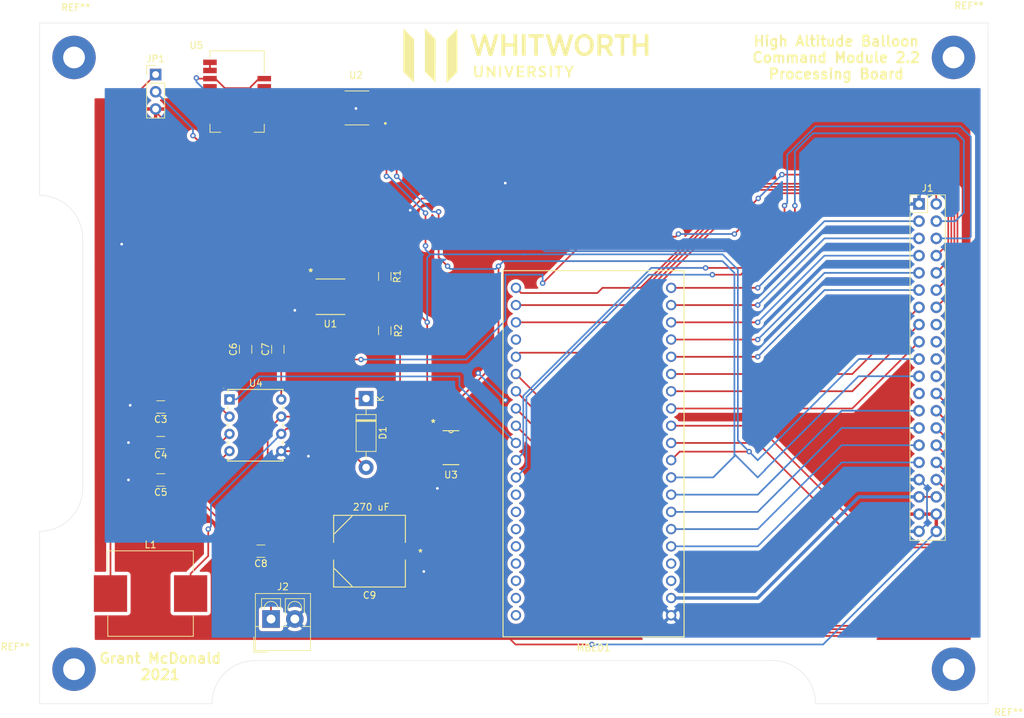
<source format=kicad_pcb>
(kicad_pcb (version 20171130) (host pcbnew "(5.1.10)-1")
  (layers (0 F.Cu signal) (31 B.Cu signal) (34 B.Paste user) (35 F.Paste user) (36 B.SilkS user) (37 F.SilkS user) (38 B.Mask user) (39 F.Mask user) (44 Edge.Cuts user))
  (net 0 "")
  (net 1 "Net-(MBED1-Pad40)")
  (net 2 GND)
  (net 3 +5V)
  (net 4 "Net-(MBED1-Pad3)")
  (net 5 "Net-(MBED1-Pad4)")
  (net 6 /SPI_MOSI)
  (net 7 /SPI_MISO)
  (net 8 /SPI_CLK)
  (net 9 /I2C_SDA)
  (net 10 /I2C_SCL)
  (net 11 /RADIO_WAKE)
  (net 12 /A0)
  (net 13 /A1)
  (net 14 /A2)
  (net 15 /LED_A)
  (net 16 /LED_B)
  (net 17 /LED_C)
  (net 18 /AUDIO_ALERT)
  (net 19 /PWM)
  (net 20 /IRIDIUM_NET_AVAIL)
  (net 21 /IRIDIUM_RX)
  (net 22 /IRIDIUM_TX)
  (net 23 /IRIDIUM_PWR_CTRL)
  (net 24 "Net-(MBED1-Pad33)")
  (net 25 "Net-(MBED1-Pad34)")
  (net 26 "Net-(MBED1-Pad35)")
  (net 27 "Net-(MBED1-Pad36)")
  (net 28 "Net-(MBED1-Pad37)")
  (net 29 "Net-(MBED1-Pad38)")
  (net 30 "Net-(MBED1-Pad39)")
  (net 31 +3V3)
  (net 32 +7.4V)
  (net 33 GNDS)
  (net 34 /INTERBOARD_0)
  (net 35 /A3)
  (net 36 /DIO1)
  (net 37 "Net-(U1-Pad1)")
  (net 38 "Net-(U1-Pad2)")
  (net 39 "Net-(U1-Pad3)")
  (net 40 "Net-(U1-Pad7)")
  (net 41 "Net-(U3-Pad5)")
  (net 42 "Net-(U3-Pad6)")
  (net 43 /INTERBOARD_1)
  (net 44 /INTERBOARD_2)
  (net 45 "Net-(C3-Pad1)")
  (net 46 "Net-(C4-Pad1)")
  (net 47 "Net-(C5-Pad1)")
  (net 48 "Net-(C8-Pad1)")
  (net 49 "Net-(D1-Pad2)")
  (net 50 /INTERBOARD_3)
  (net 51 /1_WIRE)
  (net 52 /EXT_TEMP)
  (net 53 /USB_D+)
  (net 54 /USB_D-)
  (net 55 "Net-(MBED1-Pad24)")
  (net 56 /POD_RX)
  (net 57 /POD_TX)
  (net 58 /POD_WAKE)
  (net 59 "Net-(JP1-Pad2)")
  (net 60 "Net-(U2-Pad1)")
  (net 61 "Net-(U2-Pad2)")
  (net 62 "Net-(U2-Pad14)")
  (net 63 /BT_RX)
  (net 64 "Net-(U2-Pad11)")
  (net 65 "Net-(U2-Pad10)")
  (net 66 /BT_TX)
  (net 67 "Net-(U2-Pad13)")
  (net 68 "Net-(U2-Pad9)")
  (net 69 "Net-(U5-Pad17)")
  (net 70 "Net-(U5-Pad16)")
  (net 71 "Net-(U5-Pad15)")
  (net 72 "Net-(U5-Pad12)")
  (net 73 "Net-(U5-Pad11)")
  (net 74 "Net-(U5-Pad10)")
  (net 75 "Net-(U5-Pad7)")
  (net 76 "Net-(U5-Pad6)")
  (net 77 "Net-(U5-Pad5)")
  (net 78 "Net-(U5-Pad4)")
  (net 79 "Net-(U5-Pad1)")
  (module WhitworthStandard:LOGO (layer F.Cu) (at 97.028 30.226)
    (fp_text reference G*** hide)
    (fp_text value LOGO hide)
  )
  (module MountingHole:MountingHole_3.2mm_M3_Pad (layer F.Cu) (at 160.02 30.48)
    (fp_text reference REF** (at 2.286 -7.62) (layer F.SilkS))
    (fp_text value MountingHole_3.2mm_M3_Pad)
    (pad 1 thru_hole circle (at 0 0) (size 6.4 6.4) (drill 3.2) (layers *.Cu *.Mask))
  )
  (module MountingHole:MountingHole_3.2mm_M3_Pad (layer F.Cu) (at 160.02 120.65)
    (fp_text reference REF** (at 8.128 6.35) (layer F.SilkS))
    (fp_text value MountingHole_3.2mm_M3_Pad)
    (pad 1 thru_hole circle (at 0 0) (size 6.4 6.4) (drill 3.2) (layers *.Cu *.Mask))
  )
  (module MountingHole:MountingHole_3.2mm_M3_Pad (layer F.Cu) (at 30.48 120.65)
    (fp_text reference REF** (at -8.636 -3.302) (layer F.SilkS))
    (fp_text value MountingHole_3.2mm_M3_Pad)
    (pad 1 thru_hole circle (at 0 0) (size 6.4 6.4) (drill 3.2) (layers *.Cu *.Mask))
  )
  (module MountingHole:MountingHole_3.2mm_M3_Pad (layer F.Cu) (at 30.48 30.48)
    (fp_text reference REF** (at 0.254 -7.366) (layer F.SilkS))
    (fp_text value MountingHole_3.2mm_M3_Pad)
    (pad 1 thru_hole circle (at 0 0) (size 6.4 6.4) (drill 3.2) (layers *.Cu *.Mask))
  )
  (module WhitworthStandard:Proteus_III_hand_solder (layer F.Cu) (at 54.5 36.5)
    (fp_text reference U5 (at -6 -7.8) (layer F.SilkS))
    (fp_text value ProteusIII)
    (pad 18 smd rect (at 4 -2.9 270) (size 0.8 2) (layers F.Cu F.Paste F.Mask) (net 2 GND))
    (pad 17 smd rect (at 4 -1.7 270) (size 0.8 2) (layers F.Cu F.Paste F.Mask) (net 69 "Net-(U5-Pad17)"))
    (pad 16 smd rect (at 4 -0.5 270) (size 0.8 2) (layers F.Cu F.Paste F.Mask) (net 70 "Net-(U5-Pad16)"))
    (pad 15 smd rect (at 4 0.7 270) (size 0.8 2) (layers F.Cu F.Paste F.Mask) (net 71 "Net-(U5-Pad15)"))
    (pad 14 smd rect (at 4 1.9 270) (size 0.8 2) (layers F.Cu F.Paste F.Mask) (net 63 /BT_RX))
    (pad 13 smd rect (at 4 3.1 270) (size 0.8 2) (layers F.Cu F.Paste F.Mask) (net 66 /BT_TX))
    (pad 12 smd rect (at 1.8 5 180) (size 0.8 2) (layers F.Cu F.Paste F.Mask) (net 72 "Net-(U5-Pad12)"))
    (pad 11 smd rect (at 0.6 5 180) (size 0.8 2) (layers F.Cu F.Paste F.Mask) (net 73 "Net-(U5-Pad11)"))
    (pad 10 smd rect (at -0.6 5 180) (size 0.8 2) (layers F.Cu F.Paste F.Mask) (net 74 "Net-(U5-Pad10)"))
    (pad 8 smd rect (at -4 3.1 90) (size 0.8 2) (layers F.Cu F.Paste F.Mask) (net 31 +3V3))
    (pad 7 smd rect (at -4 1.9 90) (size 0.8 2) (layers F.Cu F.Paste F.Mask) (net 75 "Net-(U5-Pad7)"))
    (pad 6 smd rect (at -4 0.7 90) (size 0.8 2) (layers F.Cu F.Paste F.Mask) (net 76 "Net-(U5-Pad6)"))
    (pad 5 smd rect (at -4 -0.5 90) (size 0.8 2) (layers F.Cu F.Paste F.Mask) (net 77 "Net-(U5-Pad5)"))
    (pad 4 smd rect (at -4 -1.7 90) (size 0.8 2) (layers F.Cu F.Paste F.Mask) (net 78 "Net-(U5-Pad4)"))
    (pad 3 smd rect (at -4 -2.9 90) (size 0.8 2) (layers F.Cu F.Paste F.Mask) (net 2 GND))
    (pad 2 smd rect (at -4 -4.1 90) (size 0.8 2) (layers F.Cu F.Paste F.Mask) (net 79 "Net-(U5-Pad1)"))
    (pad 9 smd rect (at -1.8 5 180) (size 0.8 2) (layers F.Cu F.Paste F.Mask) (net 59 "Net-(JP1-Pad2)"))
    (pad 1 smd rect (at -4 -5.3 90) (size 0.8 2) (layers F.Cu F.Paste F.Mask) (net 79 "Net-(U5-Pad1)"))
  )
  (module WhitworthStandard:ZDU0110RFX (layer F.Cu) (at 72.5 38 180)
    (fp_text reference U2 (at 0.5 4.9) (layer F.SilkS))
    (fp_text value ZDU0110RFX)
    (pad 1 smd rect (at -2.52 -2.2 180) (size 1.57 0.41) (layers F.Cu F.Paste F.Mask) (net 60 "Net-(U2-Pad1)"))
    (pad 2 smd rect (at -2.52 -1.55 180) (size 1.57 0.41) (layers F.Cu F.Paste F.Mask) (net 61 "Net-(U2-Pad2)"))
    (pad 14 smd rect (at 3.22 -0.9 180) (size 1.57 0.41) (layers F.Cu F.Paste F.Mask) (net 62 "Net-(U2-Pad14)"))
    (pad 6 smd rect (at -2.52 1.05 180) (size 1.57 0.41) (layers F.Cu F.Paste F.Mask) (net 2 GND))
    (pad 12 smd rect (at 3.22 0.4 180) (size 1.57 0.41) (layers F.Cu F.Paste F.Mask) (net 2 GND))
    (pad 5 smd rect (at -2.52 0.4 180) (size 1.57 0.41) (layers F.Cu F.Paste F.Mask) (net 31 +3V3))
    (pad 15 smd rect (at 3.22 -1.55 180) (size 1.57 0.41) (layers F.Cu F.Paste F.Mask) (net 63 /BT_RX))
    (pad 11 smd rect (at 3.22 1.05 180) (size 1.57 0.41) (layers F.Cu F.Paste F.Mask) (net 64 "Net-(U2-Pad11)"))
    (pad 3 smd rect (at -2.52 -0.9 180) (size 1.57 0.41) (layers F.Cu F.Paste F.Mask) (net 10 /I2C_SCL))
    (pad 8 smd rect (at -2.52 2.35 180) (size 1.57 0.41) (layers F.Cu F.Paste F.Mask) (net 2 GND))
    (pad 7 smd rect (at -2.52 1.7 180) (size 1.57 0.41) (layers F.Cu F.Paste F.Mask) (net 2 GND))
    (pad 4 smd rect (at -2.52 -0.25 180) (size 1.57 0.41) (layers F.Cu F.Paste F.Mask) (net 9 /I2C_SDA))
    (pad 10 smd rect (at 3.22 1.7 180) (size 1.57 0.41) (layers F.Cu F.Paste F.Mask) (net 65 "Net-(U2-Pad10)"))
    (pad 16 smd rect (at 3.22 -2.2 180) (size 1.57 0.41) (layers F.Cu F.Paste F.Mask) (net 66 /BT_TX))
    (pad 13 smd rect (at 3.22 -0.25 180) (size 1.57 0.41) (layers F.Cu F.Paste F.Mask) (net 67 "Net-(U2-Pad13)"))
    (pad 9 smd rect (at 3.22 2.35 180) (size 1.57 0.41) (layers F.Cu F.Paste F.Mask) (net 68 "Net-(U2-Pad9)"))
  )
  (module Connector_PinHeader_2.54mm:PinHeader_1x03_P2.54mm_Vertical (layer F.Cu) (at 42.5 33)
    (fp_text reference JP1 (at 0 -2.33) (layer F.SilkS))
    (fp_text value Jumper_3_Open)
    (pad 3 thru_hole oval (at 0 5.08) (size 1.7 1.7) (drill 1) (layers *.Cu *.Mask) (net 31 +3V3))
    (pad 2 thru_hole oval (at 0 2.54) (size 1.7 1.7) (drill 1) (layers *.Cu *.Mask) (net 59 "Net-(JP1-Pad2)"))
    (pad 1 thru_hole rect (at 0 0) (size 1.7 1.7) (drill 1) (layers *.Cu *.Mask) (net 2 GND))
  )
  (module WhitworthStandard:mbed-lpc1768 (layer F.Cu) (at 107 100 180)
    (fp_text reference MBED1 (at 0 -17.5) (layer F.SilkS))
    (fp_text value LPC1768)
    (pad 40 thru_hole circle (at 11.43 -12.7 180) (size 1.524 1.524) (drill 1) (layers *.Cu *.Mask) (net 1 "Net-(MBED1-Pad40)"))
    (pad 1 thru_hole circle (at -11.43 -12.7 180) (size 1.524 1.524) (drill 1) (layers *.Cu *.Mask) (net 2 GND))
    (pad 2 thru_hole circle (at -11.43 -10.16 180) (size 1.524 1.524) (drill 1) (layers *.Cu *.Mask) (net 32 +7.4V))
    (pad 3 thru_hole circle (at -11.43 -7.62 180) (size 1.524 1.524) (drill 1) (layers *.Cu *.Mask) (net 4 "Net-(MBED1-Pad3)"))
    (pad 4 thru_hole circle (at -11.43 -5.08 180) (size 1.524 1.524) (drill 1) (layers *.Cu *.Mask) (net 5 "Net-(MBED1-Pad4)"))
    (pad 5 thru_hole circle (at -11.43 -2.54 180) (size 1.524 1.524) (drill 1) (layers *.Cu *.Mask) (net 6 /SPI_MOSI))
    (pad 6 thru_hole circle (at -11.43 0 180) (size 1.524 1.524) (drill 1) (layers *.Cu *.Mask) (net 7 /SPI_MISO))
    (pad 7 thru_hole circle (at -11.43 2.54 180) (size 1.524 1.524) (drill 1) (layers *.Cu *.Mask) (net 8 /SPI_CLK))
    (pad 8 thru_hole circle (at -11.43 5.08 180) (size 1.524 1.524) (drill 1) (layers *.Cu *.Mask) (net 36 /DIO1))
    (pad 9 thru_hole circle (at -11.43 7.62 180) (size 1.524 1.524) (drill 1) (layers *.Cu *.Mask) (net 9 /I2C_SDA))
    (pad 10 thru_hole circle (at -11.43 10.16 180) (size 1.524 1.524) (drill 1) (layers *.Cu *.Mask) (net 10 /I2C_SCL))
    (pad 11 thru_hole circle (at -11.43 12.7 180) (size 1.524 1.524) (drill 1) (layers *.Cu *.Mask) (net 51 /1_WIRE))
    (pad 12 thru_hole circle (at -11.43 15.24 180) (size 1.524 1.524) (drill 1) (layers *.Cu *.Mask) (net 11 /RADIO_WAKE))
    (pad 13 thru_hole circle (at -11.43 17.78 180) (size 1.524 1.524) (drill 1) (layers *.Cu *.Mask) (net 56 /POD_RX))
    (pad 14 thru_hole circle (at -11.43 20.32 180) (size 1.524 1.524) (drill 1) (layers *.Cu *.Mask) (net 57 /POD_TX))
    (pad 15 thru_hole circle (at -11.43 22.86 180) (size 1.524 1.524) (drill 1) (layers *.Cu *.Mask) (net 58 /POD_WAKE))
    (pad 16 thru_hole circle (at -11.43 25.4 180) (size 1.524 1.524) (drill 1) (layers *.Cu *.Mask) (net 12 /A0))
    (pad 17 thru_hole circle (at -11.43 27.94 180) (size 1.524 1.524) (drill 1) (layers *.Cu *.Mask) (net 13 /A1))
    (pad 18 thru_hole circle (at -11.43 30.48 180) (size 1.524 1.524) (drill 1) (layers *.Cu *.Mask) (net 14 /A2))
    (pad 19 thru_hole circle (at -11.43 33.02 180) (size 1.524 1.524) (drill 1) (layers *.Cu *.Mask) (net 35 /A3))
    (pad 20 thru_hole circle (at -11.43 35.56 180) (size 1.524 1.524) (drill 1) (layers *.Cu *.Mask) (net 52 /EXT_TEMP))
    (pad 21 thru_hole circle (at 11.43 35.56 180) (size 1.524 1.524) (drill 1) (layers *.Cu *.Mask) (net 17 /LED_C))
    (pad 22 thru_hole circle (at 11.43 33.02 180) (size 1.524 1.524) (drill 1) (layers *.Cu *.Mask) (net 16 /LED_B))
    (pad 23 thru_hole circle (at 11.43 30.48 180) (size 1.524 1.524) (drill 1) (layers *.Cu *.Mask) (net 15 /LED_A))
    (pad 24 thru_hole circle (at 11.43 27.94 180) (size 1.524 1.524) (drill 1) (layers *.Cu *.Mask) (net 55 "Net-(MBED1-Pad24)"))
    (pad 25 thru_hole circle (at 11.43 25.4 180) (size 1.524 1.524) (drill 1) (layers *.Cu *.Mask) (net 19 /PWM))
    (pad 26 thru_hole circle (at 11.43 22.86 180) (size 1.524 1.524) (drill 1) (layers *.Cu *.Mask) (net 20 /IRIDIUM_NET_AVAIL))
    (pad 27 thru_hole circle (at 11.43 20.32 180) (size 1.524 1.524) (drill 1) (layers *.Cu *.Mask) (net 22 /IRIDIUM_TX))
    (pad 28 thru_hole circle (at 11.43 17.78 180) (size 1.524 1.524) (drill 1) (layers *.Cu *.Mask) (net 21 /IRIDIUM_RX))
    (pad 29 thru_hole circle (at 11.43 15.24 180) (size 1.524 1.524) (drill 1) (layers *.Cu *.Mask) (net 23 /IRIDIUM_PWR_CTRL))
    (pad 30 thru_hole circle (at 11.43 12.7 180) (size 1.524 1.524) (drill 1) (layers *.Cu *.Mask) (net 18 /AUDIO_ALERT))
    (pad 31 thru_hole circle (at 11.43 10.16 180) (size 1.524 1.524) (drill 1) (layers *.Cu *.Mask) (net 53 /USB_D+))
    (pad 32 thru_hole circle (at 11.43 7.62 180) (size 1.524 1.524) (drill 1) (layers *.Cu *.Mask) (net 54 /USB_D-))
    (pad 33 thru_hole circle (at 11.43 5.08 180) (size 1.524 1.524) (drill 1) (layers *.Cu *.Mask) (net 24 "Net-(MBED1-Pad33)"))
    (pad 34 thru_hole circle (at 11.43 2.54 180) (size 1.524 1.524) (drill 1) (layers *.Cu *.Mask) (net 25 "Net-(MBED1-Pad34)"))
    (pad 35 thru_hole circle (at 11.43 0 180) (size 1.524 1.524) (drill 1) (layers *.Cu *.Mask) (net 26 "Net-(MBED1-Pad35)"))
    (pad 36 thru_hole circle (at 11.43 -2.54 180) (size 1.524 1.524) (drill 1) (layers *.Cu *.Mask) (net 27 "Net-(MBED1-Pad36)"))
    (pad 37 thru_hole circle (at 11.43 -5.08 180) (size 1.524 1.524) (drill 1) (layers *.Cu *.Mask) (net 28 "Net-(MBED1-Pad37)"))
    (pad 38 thru_hole circle (at 11.43 -7.62 180) (size 1.524 1.524) (drill 1) (layers *.Cu *.Mask) (net 29 "Net-(MBED1-Pad38)"))
    (pad 39 thru_hole circle (at 11.43 -10.16 180) (size 1.524 1.524) (drill 1) (layers *.Cu *.Mask) (net 30 "Net-(MBED1-Pad39)"))
  )
  (module PCV1E271MCL2GS:PCV1E271MCL2GS (layer F.Cu) (at 74 103.25)
    (fp_text reference C9 (at 0 6.5) (layer F.SilkS))
    (fp_text value "270 uF" (at 0.25 -6.5) (layer F.SilkS))
    (fp_text user * (at 7.5 0.25) (layer F.SilkS))
    (pad 1 smd rect (at -4.2545 0) (size 3.7084 1.905) (layers F.Cu F.Paste F.Mask) (net 48 "Net-(C8-Pad1)"))
    (pad 2 smd rect (at 4.2545 0) (size 3.7084 1.905) (layers F.Cu F.Paste F.Mask) (net 2 GND))
  )
  (module WhitworthStandard:PC104_40PinSocket_2.54mm (layer F.Cu) (at 154.94 52.07)
    (fp_text reference J1 (at 1.27 -2.33) (layer F.SilkS))
    (fp_text value PC104_40Pin_2.54mm)
    (pad 21 thru_hole oval (at 2.54 48.26) (size 1.7 1.7) (drill 1) (layers *.Cu *.Mask) (net 31 +3V3))
    (pad 20 thru_hole oval (at 0 48.26) (size 1.7 1.7) (drill 1) (layers *.Cu *.Mask) (net 2 GND))
    (pad 22 thru_hole oval (at 2.54 45.72) (size 1.7 1.7) (drill 1) (layers *.Cu *.Mask) (net 31 +3V3))
    (pad 19 thru_hole oval (at 0 45.72) (size 1.7 1.7) (drill 1) (layers *.Cu *.Mask) (net 31 +3V3))
    (pad 23 thru_hole oval (at 2.54 43.18) (size 1.7 1.7) (drill 1) (layers *.Cu *.Mask) (net 32 +7.4V))
    (pad 18 thru_hole oval (at 0 43.18) (size 1.7 1.7) (drill 1) (layers *.Cu *.Mask) (net 32 +7.4V))
    (pad 24 thru_hole oval (at 2.54 40.64) (size 1.7 1.7) (drill 1) (layers *.Cu *.Mask) (net 11 /RADIO_WAKE))
    (pad 17 thru_hole oval (at 0 40.64) (size 1.7 1.7) (drill 1) (layers *.Cu *.Mask) (net 2 GND))
    (pad 25 thru_hole oval (at 2.54 38.1) (size 1.7 1.7) (drill 1) (layers *.Cu *.Mask) (net 51 /1_WIRE))
    (pad 16 thru_hole oval (at 0 38.1) (size 1.7 1.7) (drill 1) (layers *.Cu *.Mask) (net 6 /SPI_MOSI))
    (pad 26 thru_hole oval (at 2.54 35.56) (size 1.7 1.7) (drill 1) (layers *.Cu *.Mask) (net 20 /IRIDIUM_NET_AVAIL))
    (pad 15 thru_hole oval (at 0 35.56) (size 1.7 1.7) (drill 1) (layers *.Cu *.Mask) (net 7 /SPI_MISO))
    (pad 27 thru_hole oval (at 2.54 33.02) (size 1.7 1.7) (drill 1) (layers *.Cu *.Mask) (net 22 /IRIDIUM_TX))
    (pad 14 thru_hole oval (at 0 33.02) (size 1.7 1.7) (drill 1) (layers *.Cu *.Mask) (net 8 /SPI_CLK))
    (pad 28 thru_hole oval (at 2.54 30.48) (size 1.7 1.7) (drill 1) (layers *.Cu *.Mask) (net 21 /IRIDIUM_RX))
    (pad 13 thru_hole oval (at 0 30.48) (size 1.7 1.7) (drill 1) (layers *.Cu *.Mask) (net 36 /DIO1))
    (pad 29 thru_hole oval (at 2.54 27.94) (size 1.7 1.7) (drill 1) (layers *.Cu *.Mask) (net 23 /IRIDIUM_PWR_CTRL))
    (pad 12 thru_hole oval (at 0 27.94) (size 1.7 1.7) (drill 1) (layers *.Cu *.Mask) (net 33 GNDS))
    (pad 30 thru_hole oval (at 2.54 25.4) (size 1.7 1.7) (drill 1) (layers *.Cu *.Mask) (net 34 /INTERBOARD_0))
    (pad 11 thru_hole oval (at 0 25.4) (size 1.7 1.7) (drill 1) (layers *.Cu *.Mask) (net 9 /I2C_SDA))
    (pad 31 thru_hole oval (at 2.54 22.86) (size 1.7 1.7) (drill 1) (layers *.Cu *.Mask) (net 43 /INTERBOARD_1))
    (pad 10 thru_hole oval (at 0 22.86) (size 1.7 1.7) (drill 1) (layers *.Cu *.Mask) (net 10 /I2C_SCL))
    (pad 32 thru_hole oval (at 2.54 20.32) (size 1.7 1.7) (drill 1) (layers *.Cu *.Mask) (net 44 /INTERBOARD_2))
    (pad 9 thru_hole oval (at 0 20.32) (size 1.7 1.7) (drill 1) (layers *.Cu *.Mask) (net 56 /POD_RX))
    (pad 33 thru_hole oval (at 2.54 17.78) (size 1.7 1.7) (drill 1) (layers *.Cu *.Mask) (net 50 /INTERBOARD_3))
    (pad 8 thru_hole oval (at 0 17.78) (size 1.7 1.7) (drill 1) (layers *.Cu *.Mask) (net 57 /POD_TX))
    (pad 34 thru_hole oval (at 2.54 15.24) (size 1.7 1.7) (drill 1) (layers *.Cu *.Mask) (net 19 /PWM))
    (pad 7 thru_hole oval (at 0 15.24) (size 1.7 1.7) (drill 1) (layers *.Cu *.Mask) (net 58 /POD_WAKE))
    (pad 35 thru_hole oval (at 2.54 12.7) (size 1.7 1.7) (drill 1) (layers *.Cu *.Mask) (net 17 /LED_C))
    (pad 6 thru_hole oval (at 0 12.7) (size 1.7 1.7) (drill 1) (layers *.Cu *.Mask) (net 12 /A0))
    (pad 36 thru_hole oval (at 2.54 10.16) (size 1.7 1.7) (drill 1) (layers *.Cu *.Mask) (net 16 /LED_B))
    (pad 5 thru_hole oval (at 0 10.16) (size 1.7 1.7) (drill 1) (layers *.Cu *.Mask) (net 13 /A1))
    (pad 37 thru_hole oval (at 2.54 7.62) (size 1.7 1.7) (drill 1) (layers *.Cu *.Mask) (net 15 /LED_A))
    (pad 4 thru_hole oval (at 0 7.62) (size 1.7 1.7) (drill 1) (layers *.Cu *.Mask) (net 14 /A2))
    (pad 38 thru_hole oval (at 2.54 5.08) (size 1.7 1.7) (drill 1) (layers *.Cu *.Mask) (net 53 /USB_D+))
    (pad 3 thru_hole oval (at 0 5.08) (size 1.7 1.7) (drill 1) (layers *.Cu *.Mask) (net 35 /A3))
    (pad 39 thru_hole oval (at 2.54 2.54) (size 1.7 1.7) (drill 1) (layers *.Cu *.Mask) (net 54 /USB_D-))
    (pad 2 thru_hole oval (at 0 2.54) (size 1.7 1.7) (drill 1) (layers *.Cu *.Mask) (net 52 /EXT_TEMP))
    (pad 40 thru_hole oval (at 2.54 0) (size 1.7 1.7) (drill 1) (layers *.Cu *.Mask) (net 3 +5V))
    (pad 1 thru_hole rect (at 0 0) (size 1.7 1.7) (drill 1) (layers *.Cu *.Mask) (net 2 GND))
  )
  (module Resistor_SMD:R_1206_3216Metric_Pad1.42x1.75mm_HandSolder (layer F.Cu) (at 76.25 62.75 270)
    (fp_text reference R1 (at 0 -1.82 90) (layer F.SilkS))
    (fp_text value 2.2k)
    (pad 1 smd roundrect (at -1.4875 0 270) (size 1.425 1.75) (layers F.Cu F.Paste F.Mask) (roundrect_rratio 0.175439) (net 31 +3V3))
    (pad 2 smd roundrect (at 1.4875 0 270) (size 1.425 1.75) (layers F.Cu F.Paste F.Mask) (roundrect_rratio 0.175439) (net 10 /I2C_SCL))
  )
  (module Resistor_SMD:R_1206_3216Metric_Pad1.42x1.75mm_HandSolder (layer F.Cu) (at 76.25 70.75 90)
    (fp_text reference R2 (at 0 2 90) (layer F.SilkS))
    (fp_text value 2.2k)
    (pad 2 smd roundrect (at 1.4875 0 90) (size 1.425 1.75) (layers F.Cu F.Paste F.Mask) (roundrect_rratio 0.175439) (net 9 /I2C_SDA))
    (pad 1 smd roundrect (at -1.4875 0 90) (size 1.425 1.75) (layers F.Cu F.Paste F.Mask) (roundrect_rratio 0.175439) (net 31 +3V3))
  )
  (module FM24W256G:FM24W256-G (layer F.Cu) (at 68.25 65.75)
    (fp_text reference U1 (at 0 4) (layer F.SilkS))
    (fp_text value FM24W256-G)
    (fp_text user * (at -2.9083 -3.58648) (layer F.SilkS))
    (fp_text user * (at -2.9083 -3.58648) (layer F.SilkS))
    (pad 1 smd rect (at -2.6543 -1.905) (size 1.6002 0.53848) (layers F.Cu F.Paste F.Mask) (net 37 "Net-(U1-Pad1)"))
    (pad 2 smd rect (at -2.6543 -0.635) (size 1.6002 0.53848) (layers F.Cu F.Paste F.Mask) (net 38 "Net-(U1-Pad2)"))
    (pad 3 smd rect (at -2.6543 0.635) (size 1.6002 0.53848) (layers F.Cu F.Paste F.Mask) (net 39 "Net-(U1-Pad3)"))
    (pad 4 smd rect (at -2.6543 1.905) (size 1.6002 0.53848) (layers F.Cu F.Paste F.Mask) (net 2 GND))
    (pad 5 smd rect (at 2.6543 1.905) (size 1.6002 0.53848) (layers F.Cu F.Paste F.Mask) (net 9 /I2C_SDA))
    (pad 6 smd rect (at 2.6543 0.635) (size 1.6002 0.53848) (layers F.Cu F.Paste F.Mask) (net 10 /I2C_SCL))
    (pad 7 smd rect (at 2.6543 -0.635) (size 1.6002 0.53848) (layers F.Cu F.Paste F.Mask) (net 40 "Net-(U1-Pad7)"))
    (pad 8 smd rect (at 2.6543 -1.905) (size 1.6002 0.53848) (layers F.Cu F.Paste F.Mask) (net 31 +3V3))
  )
  (module ADT7410TRZ:ADT7410TRZ (layer F.Cu) (at 86 88)
    (fp_text reference U3 (at 0 4) (layer F.SilkS))
    (fp_text value ADT7410TRZ hide)
    (fp_text user * (at -2.6162 -3.6068) (layer F.SilkS))
    (fp_text user * (at -2.6162 -3.6068) (layer F.SilkS))
    (pad 1 smd rect (at -2.3622 -1.905) (size 2.1844 0.5588) (layers F.Cu F.Paste F.Mask) (net 10 /I2C_SCL))
    (pad 2 smd rect (at -2.3622 -0.635) (size 2.1844 0.5588) (layers F.Cu F.Paste F.Mask) (net 9 /I2C_SDA))
    (pad 3 smd rect (at -2.3622 0.635) (size 2.1844 0.5588) (layers F.Cu F.Paste F.Mask) (net 2 GND))
    (pad 4 smd rect (at -2.3622 1.905) (size 2.1844 0.5588) (layers F.Cu F.Paste F.Mask) (net 2 GND))
    (pad 5 smd rect (at 2.3622 1.905) (size 2.1844 0.5588) (layers F.Cu F.Paste F.Mask) (net 41 "Net-(U3-Pad5)"))
    (pad 6 smd rect (at 2.3622 0.635) (size 2.1844 0.5588) (layers F.Cu F.Paste F.Mask) (net 42 "Net-(U3-Pad6)"))
    (pad 7 smd rect (at 2.3622 -0.635) (size 2.1844 0.5588) (layers F.Cu F.Paste F.Mask) (net 2 GND))
    (pad 8 smd rect (at 2.3622 -1.905) (size 2.1844 0.5588) (layers F.Cu F.Paste F.Mask) (net 31 +3V3))
  )
  (module Capacitor_SMD:C_1206_3216Metric_Pad1.42x1.75mm_HandSolder (layer F.Cu) (at 43.25 82 180)
    (fp_text reference C3 (at 0 -1.82) (layer F.SilkS))
    (fp_text value "0.01 uF")
    (pad 2 smd roundrect (at 1.4875 0 180) (size 1.425 1.75) (layers F.Cu F.Paste F.Mask) (roundrect_rratio 0.175439) (net 2 GND))
    (pad 1 smd roundrect (at -1.4875 0 180) (size 1.425 1.75) (layers F.Cu F.Paste F.Mask) (roundrect_rratio 0.175439) (net 45 "Net-(C3-Pad1)"))
  )
  (module Capacitor_SMD:C_1206_3216Metric_Pad1.42x1.75mm_HandSolder (layer F.Cu) (at 43.25 87.25 180)
    (fp_text reference C4 (at 0 -1.82) (layer F.SilkS))
    (fp_text value "1 uF")
    (pad 1 smd roundrect (at -1.4875 0 180) (size 1.425 1.75) (layers F.Cu F.Paste F.Mask) (roundrect_rratio 0.175439) (net 46 "Net-(C4-Pad1)"))
    (pad 2 smd roundrect (at 1.4875 0 180) (size 1.425 1.75) (layers F.Cu F.Paste F.Mask) (roundrect_rratio 0.175439) (net 2 GND))
  )
  (module Capacitor_SMD:C_1206_3216Metric_Pad1.42x1.75mm_HandSolder (layer F.Cu) (at 43.25 92.75 180)
    (fp_text reference C5 (at 0 -1.82) (layer F.SilkS))
    (fp_text value "2200 pF")
    (pad 2 smd roundrect (at 1.4875 0 180) (size 1.425 1.75) (layers F.Cu F.Paste F.Mask) (roundrect_rratio 0.175439) (net 2 GND))
    (pad 1 smd roundrect (at -1.4875 0 180) (size 1.425 1.75) (layers F.Cu F.Paste F.Mask) (roundrect_rratio 0.175439) (net 47 "Net-(C5-Pad1)"))
  )
  (module Capacitor_SMD:C_1206_3216Metric_Pad1.42x1.75mm_HandSolder (layer F.Cu) (at 55.75 73.5 90)
    (fp_text reference C6 (at 0 -1.82 90) (layer F.SilkS))
    (fp_text value "0.1 uF")
    (pad 2 smd roundrect (at 1.4875 0 90) (size 1.425 1.75) (layers F.Cu F.Paste F.Mask) (roundrect_rratio 0.175439) (net 2 GND))
    (pad 1 smd roundrect (at -1.4875 0 90) (size 1.425 1.75) (layers F.Cu F.Paste F.Mask) (roundrect_rratio 0.175439) (net 3 +5V))
  )
  (module Capacitor_SMD:C_1206_3216Metric_Pad1.42x1.75mm_HandSolder (layer F.Cu) (at 60.5 73.5 90)
    (fp_text reference C7 (at 0 -1.82 90) (layer F.SilkS))
    (fp_text value "150 uF")
    (pad 1 smd roundrect (at -1.4875 0 90) (size 1.425 1.75) (layers F.Cu F.Paste F.Mask) (roundrect_rratio 0.175439) (net 3 +5V))
    (pad 2 smd roundrect (at 1.4875 0 90) (size 1.425 1.75) (layers F.Cu F.Paste F.Mask) (roundrect_rratio 0.175439) (net 2 GND))
  )
  (module Capacitor_SMD:C_1206_3216Metric_Pad1.42x1.75mm_HandSolder (layer F.Cu) (at 58 103.25 180)
    (fp_text reference C8 (at 0 -1.82) (layer F.SilkS))
    (fp_text value "0.15 uF")
    (pad 1 smd roundrect (at -1.4875 0 180) (size 1.425 1.75) (layers F.Cu F.Paste F.Mask) (roundrect_rratio 0.175439) (net 48 "Net-(C8-Pad1)"))
    (pad 2 smd roundrect (at 1.4875 0 180) (size 1.425 1.75) (layers F.Cu F.Paste F.Mask) (roundrect_rratio 0.175439) (net 47 "Net-(C5-Pad1)"))
  )
  (module Diode_THT:D_DO-41_SOD81_P10.16mm_Horizontal (layer F.Cu) (at 73.5 80.75 270)
    (fp_text reference D1 (at 5.08 -2.47 90) (layer F.SilkS))
    (fp_text value D_Zener_ALT)
    (fp_text user K (at 0 -2.1 90) (layer F.SilkS))
    (pad 1 thru_hole rect (at 0 0 270) (size 2.2 2.2) (drill 1.1) (layers *.Cu *.Mask) (net 48 "Net-(C8-Pad1)"))
    (pad 2 thru_hole oval (at 10.16 0 270) (size 2.2 2.2) (drill 1.1) (layers *.Cu *.Mask) (net 49 "Net-(D1-Pad2)"))
  )
  (module TerminalBlock_4Ucon:TerminalBlock_4Ucon_1x02_P3.50mm_Vertical (layer F.Cu) (at 59.5 113.25)
    (fp_text reference J2 (at 1.75 -4.76) (layer F.SilkS))
    (fp_text value Siren)
    (pad 1 thru_hole rect (at 0 0) (size 2.6 2.6) (drill 1.3) (layers *.Cu *.Mask) (net 48 "Net-(C8-Pad1)"))
    (pad 2 thru_hole circle (at 3.5 0) (size 2.6 2.6) (drill 1.3) (layers *.Cu *.Mask) (net 2 GND))
  )
  (module Inductor_SMD:L_Wuerth_WE-PD-Typ-LS_Handsoldering (layer F.Cu) (at 41.75 109.5)
    (fp_text reference L1 (at 0 -7.2) (layer F.SilkS))
    (fp_text value "50 uH")
    (pad 1 smd rect (at -5.9 0) (size 4.9 5.4) (layers F.Cu F.Paste F.Mask) (net 3 +5V))
    (pad 2 smd rect (at 5.9 0) (size 4.9 5.4) (layers F.Cu F.Paste F.Mask) (net 49 "Net-(D1-Pad2)"))
  )
  (module MAX732MJA883B:21-0045A_8 (layer F.Cu) (at 61 88.5)
    (fp_text reference U4 (at -3.75 -10) (layer F.SilkS))
    (fp_text value MAX732MJA883B)
    (fp_text user * (at -8.5 -9) (layer F.SilkS) (effects (font (thickness 0.015))))
    (pad 1 thru_hole rect (at -7.62 -7.62) (size 1.524 1.524) (drill 0.8128) (layers *.Cu *.Mask) (net 18 /AUDIO_ALERT))
    (pad 2 thru_hole circle (at -7.62 -5.08) (size 1.524 1.524) (drill 0.8128) (layers *.Cu *.Mask) (net 45 "Net-(C3-Pad1)"))
    (pad 3 thru_hole circle (at -7.62 -2.54) (size 1.524 1.524) (drill 0.8128) (layers *.Cu *.Mask) (net 46 "Net-(C4-Pad1)"))
    (pad 4 thru_hole circle (at -7.62 0) (size 1.524 1.524) (drill 0.8128) (layers *.Cu *.Mask) (net 47 "Net-(C5-Pad1)"))
    (pad 5 thru_hole circle (at 0 0) (size 1.524 1.524) (drill 0.8128) (layers *.Cu *.Mask) (net 2 GND))
    (pad 6 thru_hole circle (at 0 -2.54) (size 1.524 1.524) (drill 0.8128) (layers *.Cu *.Mask) (net 49 "Net-(D1-Pad2)"))
    (pad 7 thru_hole circle (at 0 -5.08) (size 1.524 1.524) (drill 0.8128) (layers *.Cu *.Mask) (net 48 "Net-(C8-Pad1)"))
    (pad 8 thru_hole circle (at 0 -7.62) (size 1.524 1.524) (drill 0.8128) (layers *.Cu *.Mask) (net 3 +5V))
  )
  (gr_text "Grant McDonald\n2021" (at 43.18 120.25) (layer F.SilkS) (effects (font (size 1.5 1.5) (thickness 0.3))))
  (gr_text "High Altitude Balloon\nCommand Module 2.2\nProcessing Board" (at 142.75 30.5) (layer F.SilkS) (effects (font (size 1.5 1.5) (thickness 0.3))))
  (gr_line (start 31.75 57.15) (end 31.75 93.98) (layer Edge.Cuts) (width 0.05))
  (gr_arc (start 25.4 93.98) (end 25.4 100.33) (angle -90) (layer Edge.Cuts) (width 0.05))
  (gr_line (start 57.15 119.38) (end 133.35 119.38) (layer Edge.Cuts) (width 0.05))
  (gr_arc (start 57.15 125.73) (end 57.15 119.38) (angle -90) (layer Edge.Cuts) (width 0.05))
  (gr_line (start 25.4 125.73) (end 50.8 125.73) (layer Edge.Cuts) (width 0.05))
  (gr_line (start 25.4 125.73) (end 25.4 100.33) (layer Edge.Cuts) (width 0.05))
  (gr_arc (start 133.35 125.73) (end 139.7 125.73) (angle -90) (layer Edge.Cuts) (width 0.05))
  (gr_arc (start 25.4 57.15) (end 31.75 57.15) (angle -90) (layer Edge.Cuts) (width 0.05))
  (gr_line (start 25.4 25.4) (end 25.4 50.8) (layer Edge.Cuts) (width 0.05))
  (gr_line (start 25.4 25.4) (end 165.1 25.4) (layer Edge.Cuts) (width 0.05))
  (gr_line (start 165.1 125.73) (end 139.7 125.73) (layer Edge.Cuts) (width 0.05))
  (gr_line (start 165.1 25.4) (end 165.1 125.73) (layer Edge.Cuts) (width 0.05))
  (segment (start 88.8684 48.674999) (end 89.8194 48.674999) (width 0.25) (layer F.Cu) (net 2))
  (segment (start 86.2684 51.274999) (end 88.8684 48.674999) (width 0.25) (layer F.Cu) (net 2))
  (segment (start 84.1806 51.274999) (end 86.2684 51.274999) (width 0.25) (layer F.Cu) (net 2))
  (segment (start 83.6378 88.635) (end 84.4506 88.635) (width 0.25) (layer F.Cu) (net 2))
  (segment (start 83.6378 88.635) (end 83.6378 89.905) (width 0.25) (layer F.Cu) (net 2))
  (segment (start 86.2794 88.635) (end 83.6378 88.635) (width 0.25) (layer F.Cu) (net 2))
  (segment (start 87.5494 87.365) (end 86.2794 88.635) (width 0.25) (layer F.Cu) (net 2))
  (segment (start 88.3622 87.365) (end 87.5494 87.365) (width 0.25) (layer F.Cu) (net 2))
  (segment (start 83.6378 90.4344) (end 84 90.7966) (width 0.25) (layer F.Cu) (net 2))
  (segment (start 83.6378 89.905) (end 83.6378 90.4344) (width 0.25) (layer F.Cu) (net 2))
  (via (at 84 94) (size 0.8) (drill 0.4) (layers F.Cu B.Cu) (net 2))
  (segment (start 84 90.7966) (end 84 94) (width 0.25) (layer F.Cu) (net 2))
  (via (at 80 53) (size 0.8) (drill 0.4) (layers F.Cu B.Cu) (net 2))
  (segment (start 81.725001 51.274999) (end 80 53) (width 0.25) (layer F.Cu) (net 2))
  (segment (start 84.1806 51.274999) (end 81.725001 51.274999) (width 0.25) (layer F.Cu) (net 2))
  (segment (start 90.9076 48.674999) (end 91.232601 49) (width 0.25) (layer F.Cu) (net 2))
  (segment (start 89.8194 48.674999) (end 90.9076 48.674999) (width 0.25) (layer F.Cu) (net 2))
  (via (at 94 49) (size 0.8) (drill 0.4) (layers F.Cu B.Cu) (net 2))
  (segment (start 91.232601 49) (end 94 49) (width 0.25) (layer F.Cu) (net 2))
  (segment (start 143.55 100.33) (end 131.18 112.7) (width 0.25) (layer B.Cu) (net 2))
  (segment (start 154.94 100.33) (end 143.55 100.33) (width 0.25) (layer B.Cu) (net 2))
  (segment (start 131.18 112.7) (end 128.63 115.25) (width 0.25) (layer B.Cu) (net 2))
  (segment (start 94 53.25) (end 94 49.5) (width 0.25) (layer B.Cu) (net 2))
  (segment (start 94 49.5) (end 94 50.25) (width 0.25) (layer B.Cu) (net 2))
  (segment (start 94 49) (end 94 49.5) (width 0.25) (layer B.Cu) (net 2))
  (segment (start 154.94 52.07) (end 140.18 52.07) (width 0.25) (layer B.Cu) (net 2))
  (segment (start 140.18 52.07) (end 133.20001 59.04999) (width 0.25) (layer B.Cu) (net 2))
  (segment (start 133.20001 59.04999) (end 99.79999 59.04999) (width 0.25) (layer B.Cu) (net 2))
  (segment (start 99.79999 59.04999) (end 94 53.25) (width 0.25) (layer B.Cu) (net 2))
  (segment (start 84 113.75) (end 85.5 115.25) (width 0.25) (layer B.Cu) (net 2))
  (segment (start 128.63 115.25) (end 96.75 115.25) (width 0.25) (layer B.Cu) (net 2))
  (segment (start 96.75 115.25) (end 96.5 115.25) (width 0.25) (layer B.Cu) (net 2))
  (segment (start 37.25 58) (end 36 59.25) (width 0.25) (layer B.Cu) (net 2))
  (segment (start 85.5 115.25) (end 85.75 115.25) (width 0.25) (layer B.Cu) (net 2))
  (segment (start 85.75 115.25) (end 96.75 115.25) (width 0.25) (layer B.Cu) (net 2))
  (segment (start 51.75 59) (end 50.75 58) (width 0.25) (layer B.Cu) (net 2))
  (segment (start 80 53) (end 74 59) (width 0.25) (layer B.Cu) (net 2))
  (segment (start 51 58) (end 50.75 58) (width 0.25) (layer B.Cu) (net 2))
  (via (at 63 67.75) (size 0.8) (drill 0.4) (layers F.Cu B.Cu) (net 2))
  (segment (start 65.5007 67.75) (end 65.5957 67.655) (width 0.25) (layer F.Cu) (net 2))
  (segment (start 63.095 67.655) (end 63 67.75) (width 0.25) (layer F.Cu) (net 2))
  (segment (start 65.5957 67.655) (end 63.095 67.655) (width 0.25) (layer F.Cu) (net 2))
  (segment (start 63 67.75) (end 63 59) (width 0.25) (layer B.Cu) (net 2))
  (segment (start 63 59) (end 51.75 59) (width 0.25) (layer B.Cu) (net 2))
  (segment (start 60.5 70.25) (end 63 67.75) (width 0.25) (layer F.Cu) (net 2))
  (segment (start 60.5 72.0125) (end 60.5 70.25) (width 0.25) (layer F.Cu) (net 2))
  (segment (start 66.549999 114.549999) (end 67.25 115.25) (width 0.25) (layer B.Cu) (net 2))
  (segment (start 64.299999 114.549999) (end 66.549999 114.549999) (width 0.25) (layer B.Cu) (net 2))
  (segment (start 63 113.25) (end 64.299999 114.549999) (width 0.25) (layer B.Cu) (net 2))
  (segment (start 60.75 115.25) (end 67.25 115.25) (width 0.25) (layer B.Cu) (net 2))
  (segment (start 67.25 115.25) (end 85.75 115.25) (width 0.25) (layer B.Cu) (net 2))
  (segment (start 60.5 72.0125) (end 55.75 72.0125) (width 0.25) (layer F.Cu) (net 2))
  (segment (start 62.434315 67.75) (end 63 67.75) (width 0.25) (layer F.Cu) (net 2))
  (segment (start 59.2 67.75) (end 62.434315 67.75) (width 0.25) (layer F.Cu) (net 2))
  (segment (start 55.75 71.2) (end 59.2 67.75) (width 0.25) (layer F.Cu) (net 2))
  (segment (start 55.75 72.0125) (end 55.75 71.2) (width 0.25) (layer F.Cu) (net 2))
  (segment (start 41.7625 92.75) (end 41.7625 91.775) (width 0.25) (layer F.Cu) (net 2))
  (via (at 38.5 87.25) (size 0.8) (drill 0.4) (layers F.Cu B.Cu) (net 2))
  (segment (start 41.7625 87.25) (end 38.5 87.25) (width 0.25) (layer F.Cu) (net 2))
  (segment (start 38.5 87.25) (end 36 87.25) (width 0.25) (layer B.Cu) (net 2))
  (via (at 38.75 81.75) (size 0.8) (drill 0.4) (layers F.Cu B.Cu) (net 2))
  (segment (start 36 81.75) (end 38.75 81.75) (width 0.25) (layer B.Cu) (net 2))
  (segment (start 36 81.75) (end 36 87.25) (width 0.25) (layer B.Cu) (net 2))
  (segment (start 36 59.25) (end 36 81.75) (width 0.25) (layer B.Cu) (net 2))
  (segment (start 41.5125 81.75) (end 41.7625 82) (width 0.25) (layer F.Cu) (net 2))
  (segment (start 38.75 81.75) (end 41.5125 81.75) (width 0.25) (layer F.Cu) (net 2))
  (via (at 38.5 92.75) (size 0.8) (drill 0.4) (layers F.Cu B.Cu) (net 2))
  (segment (start 41.7625 92.75) (end 38.5 92.75) (width 0.25) (layer F.Cu) (net 2))
  (segment (start 38.5 92.75) (end 36 92.75) (width 0.25) (layer B.Cu) (net 2))
  (segment (start 36 87.25) (end 36 92.75) (width 0.25) (layer B.Cu) (net 2))
  (via (at 82 106.25) (size 0.8) (drill 0.4) (layers F.Cu B.Cu) (net 2))
  (segment (start 84 106.25) (end 82 106.25) (width 0.25) (layer B.Cu) (net 2))
  (segment (start 84 106.25) (end 84 113.75) (width 0.25) (layer B.Cu) (net 2))
  (segment (start 79 103.25) (end 78.2545 103.25) (width 0.25) (layer F.Cu) (net 2))
  (segment (start 82 106.25) (end 79 103.25) (width 0.25) (layer F.Cu) (net 2))
  (via (at 65 89.25) (size 0.8) (drill 0.4) (layers F.Cu B.Cu) (net 2))
  (segment (start 61 88.5) (end 64.25 88.5) (width 0.25) (layer F.Cu) (net 2))
  (segment (start 64.25 88.5) (end 65 89.25) (width 0.25) (layer F.Cu) (net 2))
  (segment (start 79.5 94) (end 84 98.5) (width 0.25) (layer B.Cu) (net 2))
  (segment (start 69.75 94) (end 79.5 94) (width 0.25) (layer B.Cu) (net 2))
  (segment (start 65 89.25) (end 69.75 94) (width 0.25) (layer B.Cu) (net 2))
  (segment (start 84 94) (end 84 98.5) (width 0.25) (layer B.Cu) (net 2))
  (segment (start 84 98.5) (end 84 106.25) (width 0.25) (layer B.Cu) (net 2))
  (segment (start 36 101.75) (end 50.75 101.75) (width 0.25) (layer B.Cu) (net 2))
  (segment (start 36 92.75) (end 36 101.75) (width 0.25) (layer B.Cu) (net 2))
  (segment (start 51.25 102.25) (end 51.25 115.25) (width 0.25) (layer B.Cu) (net 2))
  (segment (start 50.75 101.75) (end 51.25 102.25) (width 0.25) (layer B.Cu) (net 2))
  (segment (start 51.25 115.25) (end 60.75 115.25) (width 0.25) (layer B.Cu) (net 2))
  (segment (start 155.789999 99.480001) (end 154.94 100.33) (width 0.25) (layer B.Cu) (net 2))
  (segment (start 156.115001 99.154999) (end 155.789999 99.480001) (width 0.25) (layer B.Cu) (net 2))
  (segment (start 156.115001 93.885001) (end 156.115001 99.154999) (width 0.25) (layer B.Cu) (net 2))
  (segment (start 154.94 92.71) (end 156.115001 93.885001) (width 0.25) (layer B.Cu) (net 2))
  (via (at 37.5 58) (size 0.8) (drill 0.4) (layers F.Cu B.Cu) (net 2))
  (segment (start 42.5 33) (end 37.5 38) (width 0.25) (layer F.Cu) (net 2))
  (segment (start 37.5 38) (end 37.5 58) (width 0.25) (layer F.Cu) (net 2))
  (segment (start 37.5 58) (end 37.25 58) (width 0.25) (layer B.Cu) (net 2))
  (via (at 48.5 33.5) (size 0.8) (drill 0.4) (layers F.Cu B.Cu) (net 2))
  (segment (start 48.6 33.6) (end 48.5 33.5) (width 0.25) (layer F.Cu) (net 2))
  (segment (start 50.5 33.6) (end 48.6 33.6) (width 0.25) (layer F.Cu) (net 2))
  (segment (start 50 35.565685) (end 50 58) (width 0.25) (layer B.Cu) (net 2))
  (segment (start 48.5 34.065685) (end 50 35.565685) (width 0.25) (layer B.Cu) (net 2))
  (segment (start 50 58) (end 37.5 58) (width 0.25) (layer B.Cu) (net 2))
  (segment (start 48.5 33.5) (end 48.5 34.065685) (width 0.25) (layer B.Cu) (net 2))
  (segment (start 50.75 58) (end 50 58) (width 0.25) (layer B.Cu) (net 2))
  (segment (start 57.714998 33.6) (end 58.5 33.6) (width 0.25) (layer F.Cu) (net 2))
  (segment (start 56.5 34.814998) (end 57.714998 33.6) (width 0.25) (layer F.Cu) (net 2))
  (segment (start 56.5 35) (end 56.5 34.814998) (width 0.25) (layer F.Cu) (net 2))
  (segment (start 52.685002 35) (end 56.5 35) (width 0.25) (layer F.Cu) (net 2))
  (segment (start 51.285002 33.6) (end 52.685002 35) (width 0.25) (layer F.Cu) (net 2))
  (segment (start 50.5 33.6) (end 51.285002 33.6) (width 0.25) (layer F.Cu) (net 2))
  (segment (start 71.6 37.6) (end 72 38) (width 0.25) (layer F.Cu) (net 2))
  (via (at 72 38) (size 0.8) (drill 0.4) (layers F.Cu B.Cu) (net 2))
  (segment (start 69.28 37.6) (end 71.6 37.6) (width 0.25) (layer F.Cu) (net 2))
  (segment (start 72 38) (end 72 59) (width 0.25) (layer B.Cu) (net 2))
  (segment (start 72 59) (end 63 59) (width 0.25) (layer B.Cu) (net 2))
  (segment (start 74 59) (end 72 59) (width 0.25) (layer B.Cu) (net 2))
  (segment (start 75.02 35.65) (end 75.02 36.95) (width 0.25) (layer F.Cu) (net 2))
  (segment (start 73.05 36.95) (end 72 38) (width 0.25) (layer F.Cu) (net 2))
  (segment (start 75.02 36.95) (end 73.05 36.95) (width 0.25) (layer F.Cu) (net 2))
  (segment (start 157.48 50.867919) (end 157.112081 50.5) (width 0.25) (layer F.Cu) (net 3))
  (segment (start 157.48 52.07) (end 157.48 50.867919) (width 0.25) (layer F.Cu) (net 3))
  (segment (start 157.112081 50.5) (end 156.25 50.5) (width 0.25) (layer F.Cu) (net 3))
  (via (at 127.75 56.5) (size 0.8) (drill 0.4) (layers F.Cu B.Cu) (net 3))
  (segment (start 156.25 50.5) (end 133.75 50.5) (width 0.25) (layer F.Cu) (net 3))
  (segment (start 133.75 50.5) (end 127.75 56.5) (width 0.25) (layer F.Cu) (net 3))
  (segment (start 127.75 56.5) (end 119.5 56.5) (width 0.25) (layer B.Cu) (net 3))
  (via (at 119.5 56.5) (size 0.8) (drill 0.4) (layers F.Cu B.Cu) (net 3))
  (segment (start 119.100001 56.899999) (end 107.600001 56.899999) (width 0.25) (layer F.Cu) (net 3))
  (segment (start 119.5 56.5) (end 119.100001 56.899999) (width 0.25) (layer F.Cu) (net 3))
  (via (at 99.5 63.75) (size 0.8) (drill 0.4) (layers F.Cu B.Cu) (net 3))
  (segment (start 105.982999 57.267001) (end 99.5 63.75) (width 0.25) (layer F.Cu) (net 3))
  (segment (start 107.600001 56.899999) (end 107.232999 57.267001) (width 0.25) (layer F.Cu) (net 3))
  (segment (start 107.232999 57.267001) (end 105.982999 57.267001) (width 0.25) (layer F.Cu) (net 3))
  (via (at 72.75 75) (size 0.8) (drill 0.4) (layers F.Cu B.Cu) (net 3))
  (segment (start 60.5125 75) (end 60.5 74.9875) (width 0.25) (layer F.Cu) (net 3))
  (segment (start 72.75 75) (end 60.5125 75) (width 0.25) (layer F.Cu) (net 3))
  (segment (start 59.525 74.9875) (end 55.75 74.9875) (width 0.25) (layer F.Cu) (net 3))
  (segment (start 60.5 74.9875) (end 59.525 74.9875) (width 0.25) (layer F.Cu) (net 3))
  (segment (start 54.775 74.9875) (end 54.7625 75) (width 0.25) (layer F.Cu) (net 3))
  (segment (start 55.75 74.9875) (end 54.775 74.9875) (width 0.25) (layer F.Cu) (net 3))
  (segment (start 54.7625 75) (end 36 75) (width 0.25) (layer F.Cu) (net 3))
  (segment (start 35.85 75.15) (end 35.85 109.5) (width 0.25) (layer F.Cu) (net 3))
  (segment (start 36 75) (end 35.85 75.15) (width 0.25) (layer F.Cu) (net 3))
  (segment (start 61 75.4875) (end 60.5 74.9875) (width 0.25) (layer F.Cu) (net 3))
  (segment (start 61 80.88) (end 61 75.4875) (width 0.25) (layer F.Cu) (net 3))
  (segment (start 94 69.25) (end 88.25 75) (width 0.25) (layer B.Cu) (net 3))
  (segment (start 94 62.5) (end 94 69.25) (width 0.25) (layer B.Cu) (net 3))
  (segment (start 99.5 62.5) (end 94 62.5) (width 0.25) (layer B.Cu) (net 3))
  (segment (start 88.25 75) (end 72.75 75) (width 0.25) (layer B.Cu) (net 3))
  (segment (start 99.5 63.75) (end 99.5 62.5) (width 0.25) (layer B.Cu) (net 3))
  (segment (start 143.55 90.17) (end 154.94 90.17) (width 0.25) (layer B.Cu) (net 6))
  (segment (start 131.18 102.54) (end 143.55 90.17) (width 0.25) (layer B.Cu) (net 6))
  (segment (start 131.18 102.54) (end 118.43 102.54) (width 0.25) (layer B.Cu) (net 6))
  (segment (start 143.55 87.63) (end 131.18 100) (width 0.25) (layer B.Cu) (net 7))
  (segment (start 154.94 87.63) (end 143.55 87.63) (width 0.25) (layer B.Cu) (net 7))
  (segment (start 131.18 100) (end 118.43 100) (width 0.25) (layer B.Cu) (net 7))
  (segment (start 143.55 85.09) (end 154.94 85.09) (width 0.25) (layer B.Cu) (net 8))
  (segment (start 131.18 97.46) (end 143.55 85.09) (width 0.25) (layer B.Cu) (net 8))
  (segment (start 131.18 97.46) (end 118.43 97.46) (width 0.25) (layer B.Cu) (net 8))
  (segment (start 84.1806 56.1806) (end 84.1806 53.224998) (width 0.25) (layer F.Cu) (net 9))
  (segment (start 76.25 69.21) (end 76.25 69.2625) (width 0.25) (layer F.Cu) (net 9))
  (segment (start 74.6425 67.655) (end 76.25 69.2625) (width 0.25) (layer F.Cu) (net 9))
  (segment (start 70.9043 67.655) (end 74.6425 67.655) (width 0.25) (layer F.Cu) (net 9))
  (segment (start 132.267001 91.292999) (end 132.267001 91.232999) (width 0.25) (layer B.Cu) (net 9))
  (segment (start 131.18 92.38) (end 132.267001 91.292999) (width 0.25) (layer B.Cu) (net 9))
  (segment (start 146.03 77.47) (end 154.94 77.47) (width 0.25) (layer B.Cu) (net 9))
  (segment (start 132.267001 91.232999) (end 146.03 77.47) (width 0.25) (layer B.Cu) (net 9))
  (via (at 93 61.25) (size 0.8) (drill 0.4) (layers F.Cu B.Cu) (net 9))
  (segment (start 93.75 60.5) (end 93 61.25) (width 0.25) (layer B.Cu) (net 9))
  (segment (start 126 60.5) (end 93.75 60.5) (width 0.25) (layer B.Cu) (net 9))
  (segment (start 127.75 62.25) (end 126 60.5) (width 0.25) (layer B.Cu) (net 9))
  (segment (start 131.18 92.38) (end 127.75 88.95) (width 0.25) (layer B.Cu) (net 9))
  (segment (start 127.75 88.95) (end 127.75 62.25) (width 0.25) (layer B.Cu) (net 9))
  (segment (start 84.1806 56.1806) (end 84.1806 59.9306) (width 0.25) (layer F.Cu) (net 9))
  (via (at 85.5 61.25) (size 0.8) (drill 0.4) (layers F.Cu B.Cu) (net 9))
  (segment (start 84.1806 59.9306) (end 85.5 61.25) (width 0.25) (layer F.Cu) (net 9))
  (segment (start 92.600001 61.649999) (end 93 61.25) (width 0.25) (layer B.Cu) (net 9))
  (segment (start 85.899999 61.649999) (end 92.600001 61.649999) (width 0.25) (layer B.Cu) (net 9))
  (segment (start 85.5 61.25) (end 85.899999 61.649999) (width 0.25) (layer B.Cu) (net 9))
  (segment (start 77.225 69.2625) (end 77.2375 69.25) (width 0.25) (layer F.Cu) (net 9))
  (segment (start 76.25 69.2625) (end 77.225 69.2625) (width 0.25) (layer F.Cu) (net 9))
  (segment (start 82.825 87.365) (end 83.6378 87.365) (width 0.25) (layer F.Cu) (net 9))
  (segment (start 78.5 83.04) (end 82.825 87.365) (width 0.25) (layer F.Cu) (net 9))
  (segment (start 77.225 69.2625) (end 77.5125 69.2625) (width 0.25) (layer F.Cu) (net 9))
  (segment (start 78.5 70.25) (end 78.5 73.75) (width 0.25) (layer F.Cu) (net 9))
  (segment (start 77.5125 69.2625) (end 78.5 70.25) (width 0.25) (layer F.Cu) (net 9))
  (segment (start 78.5 73.5) (end 78.5 73.75) (width 0.25) (layer F.Cu) (net 9))
  (segment (start 78.5 73.75) (end 78.5 83.04) (width 0.25) (layer F.Cu) (net 9))
  (segment (start 84.98 87.365) (end 83.6378 87.365) (width 0.25) (layer F.Cu) (net 9))
  (segment (start 86 86.345) (end 84.98 87.365) (width 0.25) (layer F.Cu) (net 9))
  (segment (start 93 75.073002) (end 86 82.073002) (width 0.25) (layer F.Cu) (net 9))
  (segment (start 86 82.073002) (end 86 86.345) (width 0.25) (layer F.Cu) (net 9))
  (segment (start 93 61.25) (end 93 75.073002) (width 0.25) (layer F.Cu) (net 9))
  (segment (start 127.75 88.95) (end 127.75 89.25) (width 0.25) (layer B.Cu) (net 9))
  (segment (start 124.62 92.38) (end 118.43 92.38) (width 0.25) (layer B.Cu) (net 9))
  (segment (start 127.75 89.25) (end 124.62 92.38) (width 0.25) (layer B.Cu) (net 9))
  (segment (start 84.1806 53.224998) (end 84.1806 53.224998) (width 0.25) (layer F.Cu) (net 9))
  (via (at 84.1806 53.224998) (size 0.8) (drill 0.4) (layers F.Cu B.Cu) (net 9))
  (via (at 78 48) (size 0.8) (drill 0.4) (layers F.Cu B.Cu) (net 9))
  (segment (start 83.224998 53.224998) (end 78 48) (width 0.25) (layer B.Cu) (net 9))
  (segment (start 84.1806 53.224998) (end 83.224998 53.224998) (width 0.25) (layer B.Cu) (net 9))
  (segment (start 75.945002 38.25) (end 75.02 38.25) (width 0.25) (layer F.Cu) (net 9))
  (segment (start 78 40.304998) (end 75.945002 38.25) (width 0.25) (layer F.Cu) (net 9))
  (segment (start 78 48) (end 78 40.304998) (width 0.25) (layer F.Cu) (net 9))
  (segment (start 83.5428 86) (end 83.6378 86.095) (width 0.25) (layer F.Cu) (net 10))
  (segment (start 70.9043 66.385) (end 71.43516 66.385) (width 0.25) (layer F.Cu) (net 10))
  (segment (start 73.1275 66.385) (end 70.9043 66.385) (width 0.25) (layer F.Cu) (net 10))
  (segment (start 75.275 64.2375) (end 73.1275 66.385) (width 0.25) (layer F.Cu) (net 10))
  (segment (start 76.25 64.2375) (end 75.275 64.2375) (width 0.25) (layer F.Cu) (net 10))
  (segment (start 76.6425 63.845) (end 76.25 64.2375) (width 0.25) (layer F.Cu) (net 10))
  (segment (start 146.09 74.93) (end 154.94 74.93) (width 0.25) (layer B.Cu) (net 10))
  (segment (start 131.18 89.84) (end 146.09 74.93) (width 0.25) (layer B.Cu) (net 10))
  (segment (start 128.25 86.91) (end 128.25 61.75) (width 0.25) (layer B.Cu) (net 10))
  (segment (start 131.18 89.84) (end 129.92 88.58) (width 0.25) (layer B.Cu) (net 10))
  (segment (start 128.25 61.75) (end 126.5 60) (width 0.25) (layer B.Cu) (net 10))
  (segment (start 126.5 60) (end 126 59.5) (width 0.25) (layer B.Cu) (net 10))
  (via (at 82.25 58.25) (size 0.8) (drill 0.4) (layers F.Cu B.Cu) (net 10))
  (segment (start 82.25 53.417399) (end 82.25 53.417399) (width 0.25) (layer F.Cu) (net 10))
  (segment (start 82.25 58.815685) (end 82.934315 59.5) (width 0.25) (layer B.Cu) (net 10))
  (segment (start 82.25 58.25) (end 82.25 58.815685) (width 0.25) (layer B.Cu) (net 10))
  (segment (start 126 59.5) (end 97 59.5) (width 0.25) (layer B.Cu) (net 10))
  (segment (start 97 59.5) (end 96.5 59.5) (width 0.25) (layer B.Cu) (net 10))
  (via (at 82.5 69.5) (size 0.8) (drill 0.4) (layers F.Cu B.Cu) (net 10))
  (segment (start 82.934315 59.5) (end 83 59.5) (width 0.25) (layer B.Cu) (net 10))
  (segment (start 83 59.5) (end 97 59.5) (width 0.25) (layer B.Cu) (net 10))
  (segment (start 82.5 84.4278) (end 82.5 69.5) (width 0.25) (layer F.Cu) (net 10))
  (segment (start 83.6378 86.095) (end 83.6378 85.5656) (width 0.25) (layer F.Cu) (net 10))
  (segment (start 83.6378 85.5656) (end 82.5 84.4278) (width 0.25) (layer F.Cu) (net 10))
  (segment (start 82.5 60) (end 82.75 59.75) (width 0.25) (layer B.Cu) (net 10))
  (segment (start 82.5 69.5) (end 82.5 60) (width 0.25) (layer B.Cu) (net 10))
  (segment (start 82.75 59.75) (end 83 59.5) (width 0.25) (layer B.Cu) (net 10))
  (segment (start 81.4875 68.4875) (end 82.5 69.5) (width 0.25) (layer F.Cu) (net 10))
  (segment (start 80.5 68.4875) (end 76.25 64.2375) (width 0.25) (layer F.Cu) (net 10))
  (segment (start 81.4875 68.4875) (end 80.5 68.4875) (width 0.25) (layer F.Cu) (net 10))
  (segment (start 129.92 88.58) (end 128.25 86.91) (width 0.25) (layer B.Cu) (net 10))
  (via (at 129.92 88.58) (size 0.8) (drill 0.4) (layers F.Cu B.Cu) (net 10))
  (segment (start 119.69 88.58) (end 118.43 89.84) (width 0.25) (layer F.Cu) (net 10))
  (segment (start 129.92 88.58) (end 119.69 88.58) (width 0.25) (layer F.Cu) (net 10))
  (segment (start 82.25 53.417399) (end 82.25 58.25) (width 0.25) (layer F.Cu) (net 10))
  (via (at 82.25 53.417399) (size 0.8) (drill 0.4) (layers F.Cu B.Cu) (net 10))
  (via (at 76.5 48) (size 0.8) (drill 0.4) (layers F.Cu B.Cu) (net 10))
  (segment (start 76.832601 48) (end 76.5 48) (width 0.25) (layer B.Cu) (net 10))
  (segment (start 82.25 53.417399) (end 76.832601 48) (width 0.25) (layer B.Cu) (net 10))
  (segment (start 75.945002 38.9) (end 75.02 38.9) (width 0.25) (layer F.Cu) (net 10))
  (segment (start 76.5 39.454998) (end 75.945002 38.9) (width 0.25) (layer F.Cu) (net 10))
  (segment (start 76.5 48) (end 76.5 39.454998) (width 0.25) (layer F.Cu) (net 10))
  (segment (start 157.48 92.71) (end 159.25 94.48) (width 0.25) (layer F.Cu) (net 11))
  (segment (start 159.25 94.48) (end 159.25 101.5) (width 0.25) (layer F.Cu) (net 11))
  (segment (start 159.25 101.5) (end 158.5 102.25) (width 0.25) (layer F.Cu) (net 11))
  (segment (start 158.5 102.25) (end 154.5 102.25) (width 0.25) (layer F.Cu) (net 11))
  (segment (start 154.5 102.25) (end 152.5 100.25) (width 0.25) (layer F.Cu) (net 11))
  (segment (start 146.67 100.25) (end 131.18 84.76) (width 0.25) (layer F.Cu) (net 11))
  (segment (start 152.5 100.25) (end 146.67 100.25) (width 0.25) (layer F.Cu) (net 11))
  (segment (start 131.18 84.76) (end 118.43 84.76) (width 0.25) (layer F.Cu) (net 11))
  (segment (start 131.18 74.6) (end 131.18 74.6) (width 0.25) (layer B.Cu) (net 12))
  (segment (start 141.05 64.77) (end 154.94 64.77) (width 0.25) (layer B.Cu) (net 12))
  (segment (start 141.03 64.75) (end 141.05 64.77) (width 0.25) (layer B.Cu) (net 12))
  (segment (start 131.18 74.6) (end 141.03 64.75) (width 0.25) (layer B.Cu) (net 12))
  (via (at 131.18 74.6) (size 0.8) (drill 0.4) (layers F.Cu B.Cu) (net 12))
  (segment (start 131.18 74.6) (end 118.43 74.6) (width 0.25) (layer F.Cu) (net 12))
  (segment (start 131.941999 71.298001) (end 131.951999 71.298001) (width 0.25) (layer B.Cu) (net 13))
  (segment (start 131.18 72.06) (end 131.18 72.06) (width 0.25) (layer B.Cu) (net 13))
  (segment (start 141.02 62.23) (end 154.94 62.23) (width 0.25) (layer B.Cu) (net 13))
  (segment (start 131.951999 71.298001) (end 141.02 62.23) (width 0.25) (layer B.Cu) (net 13))
  (segment (start 131.18 72.06) (end 131.18 72.06) (width 0.25) (layer B.Cu) (net 13))
  (segment (start 131.18 72.06) (end 131.941999 71.298001) (width 0.25) (layer B.Cu) (net 13))
  (via (at 131.18 72.06) (size 0.8) (drill 0.4) (layers F.Cu B.Cu) (net 13))
  (segment (start 131.18 72.06) (end 118.43 72.06) (width 0.25) (layer F.Cu) (net 13))
  (segment (start 141.01 59.69) (end 154.94 59.69) (width 0.25) (layer B.Cu) (net 14))
  (segment (start 131.18 69.52) (end 131.18 69.52) (width 0.25) (layer B.Cu) (net 14))
  (segment (start 131.18 69.52) (end 141.01 59.69) (width 0.25) (layer B.Cu) (net 14))
  (segment (start 131.18 69.52) (end 131.18 69.52) (width 0.25) (layer B.Cu) (net 14))
  (via (at 131.18 69.52) (size 0.8) (drill 0.4) (layers F.Cu B.Cu) (net 14))
  (segment (start 131.18 69.52) (end 118.43 69.52) (width 0.25) (layer F.Cu) (net 14))
  (segment (start 108.32 69.52) (end 110.23 69.52) (width 0.25) (layer F.Cu) (net 15))
  (segment (start 110.23 69.52) (end 129.75 50) (width 0.25) (layer F.Cu) (net 15))
  (segment (start 129.75 50) (end 158.75 50) (width 0.25) (layer F.Cu) (net 15))
  (segment (start 158.75 50) (end 159.25 50.5) (width 0.25) (layer F.Cu) (net 15))
  (segment (start 159.25 57.92) (end 157.48 59.69) (width 0.25) (layer F.Cu) (net 15))
  (segment (start 159.25 50.5) (end 159.25 57.92) (width 0.25) (layer F.Cu) (net 15))
  (segment (start 108.32 69.52) (end 95.57 69.52) (width 0.25) (layer F.Cu) (net 15))
  (segment (start 112.02 66.98) (end 108.32 66.98) (width 0.25) (layer F.Cu) (net 16))
  (segment (start 129.45001 49.54999) (end 112.02 66.98) (width 0.25) (layer F.Cu) (net 16))
  (segment (start 108.32 66.98) (end 95.57 66.98) (width 0.25) (layer F.Cu) (net 16))
  (segment (start 159.70001 50.3136) (end 158.936401 49.549991) (width 0.25) (layer F.Cu) (net 16))
  (segment (start 158.936401 49.549991) (end 129.45001 49.54999) (width 0.25) (layer F.Cu) (net 16))
  (segment (start 159.70001 60.00999) (end 159.70001 50.3136) (width 0.25) (layer F.Cu) (net 16))
  (segment (start 157.48 62.23) (end 159.70001 60.00999) (width 0.25) (layer F.Cu) (net 16))
  (segment (start 159.1228 49.099982) (end 129.263609 49.099981) (width 0.25) (layer F.Cu) (net 17))
  (segment (start 160.150019 50.127199) (end 159.1228 49.099982) (width 0.25) (layer F.Cu) (net 17))
  (segment (start 157.48 64.77) (end 160.15002 62.09998) (width 0.25) (layer F.Cu) (net 17))
  (segment (start 160.15002 62.09998) (end 160.150019 50.127199) (width 0.25) (layer F.Cu) (net 17))
  (segment (start 113.92359 64.44) (end 108.32 64.44) (width 0.25) (layer F.Cu) (net 17))
  (segment (start 129.263609 49.099981) (end 113.92359 64.44) (width 0.25) (layer F.Cu) (net 17))
  (segment (start 96.331999 65.201999) (end 95.57 64.44) (width 0.25) (layer F.Cu) (net 17))
  (segment (start 107.558001 65.201999) (end 96.331999 65.201999) (width 0.25) (layer F.Cu) (net 17))
  (segment (start 108.32 64.44) (end 107.558001 65.201999) (width 0.25) (layer F.Cu) (net 17))
  (segment (start 87.25 77.5) (end 57.772 77.5) (width 0.25) (layer B.Cu) (net 18))
  (segment (start 54.392 80.88) (end 53.38 80.88) (width 0.25) (layer B.Cu) (net 18))
  (segment (start 57.772 77.5) (end 54.392 80.88) (width 0.25) (layer B.Cu) (net 18))
  (segment (start 87.25 78.98) (end 95.57 87.3) (width 0.25) (layer B.Cu) (net 18))
  (segment (start 87.25 77.5) (end 87.25 78.98) (width 0.25) (layer B.Cu) (net 18))
  (via (at 134.75 47.75) (size 0.8) (drill 0.4) (layers F.Cu B.Cu) (net 19))
  (segment (start 158.409227 47.75) (end 134.75 47.75) (width 0.25) (layer F.Cu) (net 19))
  (segment (start 160.600027 49.9408) (end 158.409227 47.75) (width 0.25) (layer F.Cu) (net 19))
  (segment (start 157.48 67.31) (end 160.600027 64.189973) (width 0.25) (layer F.Cu) (net 19))
  (segment (start 160.600027 64.189973) (end 160.600027 49.9408) (width 0.25) (layer F.Cu) (net 19))
  (via (at 131.25 51.25) (size 0.8) (drill 0.4) (layers F.Cu B.Cu) (net 19))
  (segment (start 134.75 47.75) (end 131.25 51.25) (width 0.25) (layer B.Cu) (net 19))
  (segment (start 96.17 74) (end 95.57 74.6) (width 0.25) (layer F.Cu) (net 19))
  (segment (start 106.5 74) (end 96.17 74) (width 0.25) (layer F.Cu) (net 19))
  (segment (start 126.335 54.165) (end 106.5 74) (width 0.25) (layer F.Cu) (net 19))
  (segment (start 128.335 54.165) (end 126.335 54.165) (width 0.25) (layer F.Cu) (net 19))
  (segment (start 131.25 51.25) (end 128.335 54.165) (width 0.25) (layer F.Cu) (net 19))
  (segment (start 114 95.57) (end 95.57 77.14) (width 0.25) (layer F.Cu) (net 20))
  (segment (start 115.75 114.25) (end 114 112.5) (width 0.25) (layer F.Cu) (net 20))
  (segment (start 147.772818 114.25) (end 115.75 114.25) (width 0.25) (layer F.Cu) (net 20))
  (segment (start 160.15002 101.8728) (end 147.772818 114.25) (width 0.25) (layer F.Cu) (net 20))
  (segment (start 114 112.5) (end 114 95.57) (width 0.25) (layer F.Cu) (net 20))
  (segment (start 160.15002 90.30002) (end 160.15002 101.8728) (width 0.25) (layer F.Cu) (net 20))
  (segment (start 157.48 87.63) (end 160.15002 90.30002) (width 0.25) (layer F.Cu) (net 20))
  (segment (start 129.20001 115.20001) (end 115.20001 115.20001) (width 0.25) (layer F.Cu) (net 21))
  (segment (start 112 112) (end 112 98.65) (width 0.25) (layer F.Cu) (net 21))
  (segment (start 129.25 115.25) (end 129.20001 115.20001) (width 0.25) (layer F.Cu) (net 21))
  (segment (start 112 98.65) (end 95.57 82.22) (width 0.25) (layer F.Cu) (net 21))
  (segment (start 161.05004 102.2456) (end 148.04564 115.25) (width 0.25) (layer F.Cu) (net 21))
  (segment (start 115.20001 115.20001) (end 112 112) (width 0.25) (layer F.Cu) (net 21))
  (segment (start 161.05004 86.12004) (end 161.05004 102.2456) (width 0.25) (layer F.Cu) (net 21))
  (segment (start 148.04564 115.25) (end 129.25 115.25) (width 0.25) (layer F.Cu) (net 21))
  (segment (start 157.48 82.55) (end 161.05004 86.12004) (width 0.25) (layer F.Cu) (net 21))
  (segment (start 113.5 112.63641) (end 113.5 97.61) (width 0.25) (layer F.Cu) (net 22))
  (segment (start 115.61359 114.75) (end 113.5 112.63641) (width 0.25) (layer F.Cu) (net 22))
  (segment (start 147.909228 114.75) (end 115.61359 114.75) (width 0.25) (layer F.Cu) (net 22))
  (segment (start 160.60003 102.0592) (end 147.909228 114.75) (width 0.25) (layer F.Cu) (net 22))
  (segment (start 113.5 97.61) (end 95.57 79.68) (width 0.25) (layer F.Cu) (net 22))
  (segment (start 160.60003 88.21003) (end 160.60003 102.0592) (width 0.25) (layer F.Cu) (net 22))
  (segment (start 157.48 85.09) (end 160.60003 88.21003) (width 0.25) (layer F.Cu) (net 22))
  (segment (start 111 100.19) (end 95.57 84.76) (width 0.25) (layer F.Cu) (net 23))
  (segment (start 111 112) (end 111 100.19) (width 0.25) (layer F.Cu) (net 23))
  (segment (start 114.75 115.75) (end 111 112) (width 0.25) (layer F.Cu) (net 23))
  (segment (start 148.18205 115.75) (end 114.75 115.75) (width 0.25) (layer F.Cu) (net 23))
  (segment (start 161.50005 102.432) (end 148.18205 115.75) (width 0.25) (layer F.Cu) (net 23))
  (segment (start 161.50005 84.03005) (end 161.50005 102.432) (width 0.25) (layer F.Cu) (net 23))
  (segment (start 157.48 80.01) (end 161.50005 84.03005) (width 0.25) (layer F.Cu) (net 23))
  (segment (start 76.25 72.2375) (end 77.225 72.2375) (width 0.25) (layer F.Cu) (net 31))
  (segment (start 84.5125 65) (end 84.5125 74.025) (width 0.25) (layer F.Cu) (net 31))
  (segment (start 74.01766 61.2625) (end 76.25 61.2625) (width 0.25) (layer F.Cu) (net 31))
  (segment (start 70.9043 63.845) (end 71.43516 63.845) (width 0.25) (layer F.Cu) (net 31))
  (segment (start 71.43516 63.845) (end 74.01766 61.2625) (width 0.25) (layer F.Cu) (net 31))
  (segment (start 71.7375 72.2375) (end 76.25 72.2375) (width 0.25) (layer F.Cu) (net 31))
  (segment (start 68.25 68.75) (end 71.7375 72.2375) (width 0.25) (layer F.Cu) (net 31))
  (segment (start 68.25 65.96844) (end 68.25 68.75) (width 0.25) (layer F.Cu) (net 31))
  (segment (start 70.9043 63.845) (end 70.37344 63.845) (width 0.25) (layer F.Cu) (net 31))
  (segment (start 70.37344 63.845) (end 68.25 65.96844) (width 0.25) (layer F.Cu) (net 31))
  (segment (start 89.175 86.095) (end 88.3622 86.095) (width 0.25) (layer F.Cu) (net 31))
  (segment (start 93 89.92) (end 89.175 86.095) (width 0.25) (layer F.Cu) (net 31))
  (segment (start 76.25 61.2625) (end 77.275 61.2625) (width 0.25) (layer F.Cu) (net 31))
  (via (at 90 77) (size 0.8) (drill 0.4) (layers F.Cu B.Cu) (net 31))
  (segment (start 84.5125 74.025) (end 87.025 74.025) (width 0.25) (layer F.Cu) (net 31))
  (segment (start 87.025 74.025) (end 90 77) (width 0.25) (layer F.Cu) (net 31))
  (via (at 106.75 117) (size 0.8) (drill 0.4) (layers F.Cu B.Cu) (net 31))
  (segment (start 90 77) (end 94 81) (width 0.25) (layer B.Cu) (net 31))
  (via (at 94 81) (size 0.8) (drill 0.4) (layers F.Cu B.Cu) (net 31))
  (segment (start 94 88.92) (end 93 89.92) (width 0.25) (layer F.Cu) (net 31))
  (segment (start 94 81) (end 94 88.92) (width 0.25) (layer F.Cu) (net 31))
  (segment (start 140.81 117) (end 157.48 100.33) (width 0.25) (layer B.Cu) (net 31))
  (segment (start 106.75 117) (end 140.81 117) (width 0.25) (layer B.Cu) (net 31))
  (segment (start 80.775 61.2625) (end 76.25 61.2625) (width 0.25) (layer F.Cu) (net 31))
  (segment (start 84.5125 65) (end 80.775 61.2625) (width 0.25) (layer F.Cu) (net 31))
  (segment (start 154.94 97.79) (end 157.48 97.79) (width 0.25) (layer F.Cu) (net 31))
  (segment (start 157.48 98.992081) (end 157.48 100.33) (width 0.25) (layer F.Cu) (net 31))
  (segment (start 157.48 97.79) (end 157.48 98.992081) (width 0.25) (layer F.Cu) (net 31))
  (segment (start 74.01766 57.909338) (end 79 52.926998) (width 0.25) (layer F.Cu) (net 31))
  (segment (start 74.01766 61.2625) (end 74.01766 57.909338) (width 0.25) (layer F.Cu) (net 31))
  (segment (start 79 52.926998) (end 79 40) (width 0.25) (layer F.Cu) (net 31))
  (segment (start 76.6 37.6) (end 75.02 37.6) (width 0.25) (layer F.Cu) (net 31))
  (segment (start 79 40) (end 76.6 37.6) (width 0.25) (layer F.Cu) (net 31))
  (segment (start 50.5 39.6) (end 48.4 39.6) (width 0.25) (layer F.Cu) (net 31))
  (segment (start 48.4 39.6) (end 46 42) (width 0.25) (layer F.Cu) (net 31))
  (segment (start 42.5 38.5) (end 42.5 38.08) (width 0.25) (layer F.Cu) (net 31))
  (segment (start 46 42) (end 42.5 38.5) (width 0.25) (layer F.Cu) (net 31))
  (segment (start 61.909338 57.909338) (end 74.01766 57.909338) (width 0.25) (layer F.Cu) (net 31))
  (segment (start 46 42) (end 61.909338 57.909338) (width 0.25) (layer F.Cu) (net 31))
  (segment (start 93 99) (end 93 89.92) (width 0.25) (layer F.Cu) (net 31))
  (segment (start 93 114.5) (end 93 99) (width 0.25) (layer F.Cu) (net 31))
  (segment (start 95.5 117) (end 93 114.5) (width 0.25) (layer F.Cu) (net 31))
  (segment (start 106.75 117) (end 95.5 117) (width 0.25) (layer F.Cu) (net 31))
  (segment (start 154.94 95.25) (end 157.48 95.25) (width 0.25) (layer F.Cu) (net 32))
  (segment (start 146.09 95.25) (end 131.18 110.16) (width 0.5) (layer B.Cu) (net 32))
  (segment (start 154.94 95.25) (end 146.09 95.25) (width 0.5) (layer B.Cu) (net 32))
  (segment (start 131.18 110.16) (end 118.43 110.16) (width 0.5) (layer B.Cu) (net 32))
  (segment (start 141.01 57.15) (end 154.94 57.15) (width 0.25) (layer B.Cu) (net 35))
  (segment (start 131.18 66.98) (end 131.18 66.98) (width 0.25) (layer B.Cu) (net 35))
  (segment (start 131.18 66.98) (end 131.18 66.98) (width 0.25) (layer B.Cu) (net 35))
  (segment (start 131.18 66.98) (end 131.18 66.98) (width 0.25) (layer B.Cu) (net 35))
  (segment (start 131.18 66.98) (end 141.01 57.15) (width 0.25) (layer B.Cu) (net 35))
  (via (at 131.18 66.98) (size 0.8) (drill 0.4) (layers F.Cu B.Cu) (net 35))
  (segment (start 131.18 66.98) (end 118.43 66.98) (width 0.25) (layer F.Cu) (net 35))
  (segment (start 143.55 82.55) (end 154.94 82.55) (width 0.25) (layer B.Cu) (net 36))
  (segment (start 131.18 94.92) (end 143.55 82.55) (width 0.25) (layer B.Cu) (net 36))
  (segment (start 131.18 94.92) (end 118.43 94.92) (width 0.25) (layer B.Cu) (net 36))
  (segment (start 51.96 82) (end 53.38 83.42) (width 0.25) (layer F.Cu) (net 45))
  (segment (start 44.7375 82) (end 51.96 82) (width 0.25) (layer F.Cu) (net 45))
  (segment (start 52.09 87.25) (end 53.38 85.96) (width 0.25) (layer F.Cu) (net 46))
  (segment (start 44.7375 87.25) (end 52.09 87.25) (width 0.25) (layer F.Cu) (net 46))
  (segment (start 49.13 92.75) (end 53.38 88.5) (width 0.25) (layer F.Cu) (net 47))
  (segment (start 44.7375 92.75) (end 49.13 92.75) (width 0.25) (layer F.Cu) (net 47))
  (segment (start 49.13 95.8675) (end 56.5125 103.25) (width 0.25) (layer F.Cu) (net 47))
  (segment (start 49.13 92.75) (end 49.13 95.8675) (width 0.25) (layer F.Cu) (net 47))
  (segment (start 59.4875 113.2375) (end 59.5 113.25) (width 0.25) (layer F.Cu) (net 48))
  (segment (start 59.4875 103.25) (end 59.4875 113.2375) (width 0.25) (layer F.Cu) (net 48))
  (segment (start 59.4875 103.25) (end 69.7455 103.25) (width 0.25) (layer F.Cu) (net 48))
  (segment (start 61 83.42) (end 67.33 83.42) (width 0.25) (layer F.Cu) (net 48))
  (segment (start 70 80.75) (end 73.5 80.75) (width 0.25) (layer F.Cu) (net 48))
  (segment (start 67.33 83.42) (end 70 80.75) (width 0.25) (layer F.Cu) (net 48))
  (segment (start 61 83.42) (end 59 85.42) (width 0.25) (layer F.Cu) (net 48))
  (segment (start 59 85.42) (end 59 101) (width 0.25) (layer F.Cu) (net 48))
  (segment (start 59.4875 101.4875) (end 59.4875 103.25) (width 0.25) (layer F.Cu) (net 48))
  (segment (start 59 101) (end 59.4875 101.4875) (width 0.25) (layer F.Cu) (net 48))
  (segment (start 72.400001 89.810001) (end 73.5 90.91) (width 0.25) (layer F.Cu) (net 49))
  (segment (start 67.788001 85.198001) (end 72.400001 89.810001) (width 0.25) (layer F.Cu) (net 49))
  (segment (start 61.761999 85.198001) (end 67.788001 85.198001) (width 0.25) (layer F.Cu) (net 49))
  (segment (start 61 85.96) (end 61.761999 85.198001) (width 0.25) (layer F.Cu) (net 49))
  (via (at 50.25 100) (size 0.8) (drill 0.4) (layers F.Cu B.Cu) (net 49))
  (segment (start 50.25 103.95) (end 50.25 100) (width 0.25) (layer F.Cu) (net 49))
  (segment (start 47.65 109.5) (end 47.65 106.55) (width 0.25) (layer F.Cu) (net 49))
  (segment (start 47.65 106.55) (end 50.25 103.95) (width 0.25) (layer F.Cu) (net 49))
  (segment (start 60.238001 86.721999) (end 61 85.96) (width 0.25) (layer B.Cu) (net 49))
  (segment (start 50.649999 96.310001) (end 60.238001 86.721999) (width 0.25) (layer B.Cu) (net 49))
  (segment (start 50.649999 99.600001) (end 50.649999 96.310001) (width 0.25) (layer B.Cu) (net 49))
  (segment (start 50.25 100) (end 50.649999 99.600001) (width 0.25) (layer B.Cu) (net 49))
  (segment (start 146.58001 102.70001) (end 131.18 87.3) (width 0.25) (layer F.Cu) (net 51))
  (segment (start 158.686401 102.700009) (end 146.58001 102.70001) (width 0.25) (layer F.Cu) (net 51))
  (segment (start 159.70001 101.6864) (end 158.686401 102.700009) (width 0.25) (layer F.Cu) (net 51))
  (segment (start 159.70001 92.39001) (end 159.70001 101.6864) (width 0.25) (layer F.Cu) (net 51))
  (segment (start 131.18 87.3) (end 118.43 87.3) (width 0.25) (layer F.Cu) (net 51))
  (segment (start 157.48 90.17) (end 159.70001 92.39001) (width 0.25) (layer F.Cu) (net 51))
  (segment (start 141.01 54.61) (end 154.94 54.61) (width 0.25) (layer B.Cu) (net 52))
  (segment (start 131.18 64.44) (end 131.18 64.44) (width 0.25) (layer B.Cu) (net 52))
  (segment (start 131.18 64.44) (end 141.01 54.61) (width 0.25) (layer B.Cu) (net 52))
  (via (at 131.18 64.44) (size 0.8) (drill 0.4) (layers F.Cu B.Cu) (net 52))
  (segment (start 131.18 64.44) (end 118.43 64.44) (width 0.25) (layer F.Cu) (net 52))
  (via (at 135.128 52.324) (size 0.8) (drill 0.4) (layers F.Cu B.Cu) (net 53))
  (segment (start 135.128 55.429002) (end 135.128 52.324) (width 0.25) (layer F.Cu) (net 53))
  (segment (start 162.306 57.15) (end 157.48 57.15) (width 0.25) (layer B.Cu) (net 53))
  (segment (start 162.56 56.896) (end 162.306 57.15) (width 0.25) (layer B.Cu) (net 53))
  (segment (start 162.56 42.164) (end 162.56 56.896) (width 0.25) (layer B.Cu) (net 53))
  (segment (start 161.036 40.64) (end 162.56 42.164) (width 0.25) (layer B.Cu) (net 53))
  (segment (start 139.7 40.64) (end 161.036 40.64) (width 0.25) (layer B.Cu) (net 53))
  (segment (start 135.527999 51.924001) (end 135.527999 44.812001) (width 0.25) (layer B.Cu) (net 53))
  (segment (start 135.527999 44.812001) (end 139.7 40.64) (width 0.25) (layer B.Cu) (net 53))
  (segment (start 135.128 52.324) (end 135.527999 51.924001) (width 0.25) (layer B.Cu) (net 53))
  (segment (start 96.657001 80.342999) (end 115.5 61.5) (width 0.25) (layer B.Cu) (net 53))
  (segment (start 96.657001 88.752999) (end 96.657001 80.342999) (width 0.25) (layer B.Cu) (net 53))
  (segment (start 95.57 89.84) (end 96.657001 88.752999) (width 0.25) (layer B.Cu) (net 53))
  (via (at 123.5 61.5) (size 0.8) (drill 0.4) (layers F.Cu B.Cu) (net 53))
  (segment (start 115.5 61.5) (end 123.5 61.5) (width 0.25) (layer B.Cu) (net 53))
  (segment (start 129.057002 61.5) (end 135.128 55.429002) (width 0.25) (layer F.Cu) (net 53))
  (segment (start 123.5 61.5) (end 129.057002 61.5) (width 0.25) (layer F.Cu) (net 53))
  (segment (start 136.652 54.541412) (end 136.652 52.324) (width 0.25) (layer F.Cu) (net 54))
  (via (at 136.652 52.324) (size 0.8) (drill 0.4) (layers F.Cu B.Cu) (net 54))
  (segment (start 160.274 54.61) (end 157.48 54.61) (width 0.25) (layer B.Cu) (net 54))
  (segment (start 161.544 53.34) (end 160.274 54.61) (width 0.25) (layer B.Cu) (net 54))
  (segment (start 161.544 42.672) (end 161.544 53.34) (width 0.25) (layer B.Cu) (net 54))
  (segment (start 160.528 41.656) (end 161.544 42.672) (width 0.25) (layer B.Cu) (net 54))
  (segment (start 139.32041 41.656) (end 160.528 41.656) (width 0.25) (layer B.Cu) (net 54))
  (segment (start 136.652 44.32441) (end 139.32041 41.656) (width 0.25) (layer B.Cu) (net 54))
  (segment (start 136.652 52.324) (end 136.652 44.32441) (width 0.25) (layer B.Cu) (net 54))
  (segment (start 97.107011 90.842989) (end 97.107011 80.892989) (width 0.25) (layer B.Cu) (net 54))
  (segment (start 95.57 92.38) (end 97.107011 90.842989) (width 0.25) (layer B.Cu) (net 54))
  (segment (start 97.107011 80.892989) (end 97.107011 80.529399) (width 0.25) (layer B.Cu) (net 54))
  (segment (start 97.107011 80.529399) (end 107.568205 70.068205) (width 0.25) (layer B.Cu) (net 54))
  (segment (start 107.568205 70.068205) (end 115.068205 62.568205) (width 0.25) (layer B.Cu) (net 54))
  (via (at 124.5 62.5) (size 0.8) (drill 0.4) (layers F.Cu B.Cu) (net 54))
  (segment (start 115.13641 62.5) (end 124.5 62.5) (width 0.25) (layer B.Cu) (net 54))
  (segment (start 115.068205 62.568205) (end 115.13641 62.5) (width 0.25) (layer B.Cu) (net 54))
  (segment (start 128.693412 62.5) (end 136.652 54.541412) (width 0.25) (layer F.Cu) (net 54))
  (segment (start 124.5 62.5) (end 128.693412 62.5) (width 0.25) (layer F.Cu) (net 54))
  (segment (start 145.11 82.22) (end 154.94 72.39) (width 0.25) (layer F.Cu) (net 56))
  (segment (start 118.43 82.22) (end 145.11 82.22) (width 0.25) (layer F.Cu) (net 56))
  (segment (start 145.11 79.68) (end 154.94 69.85) (width 0.25) (layer F.Cu) (net 57))
  (segment (start 118.43 79.68) (end 145.11 79.68) (width 0.25) (layer F.Cu) (net 57))
  (segment (start 145.11 77.14) (end 154.94 67.31) (width 0.25) (layer F.Cu) (net 58))
  (segment (start 118.43 77.14) (end 145.11 77.14) (width 0.25) (layer F.Cu) (net 58))
  (segment (start 52.7 43.3) (end 52.5 43.5) (width 0.25) (layer F.Cu) (net 59))
  (segment (start 52.7 41.5) (end 52.7 43.3) (width 0.25) (layer F.Cu) (net 59))
  (via (at 48 42) (size 0.8) (drill 0.4) (layers F.Cu B.Cu) (net 59))
  (segment (start 49.5 43.5) (end 48 42) (width 0.25) (layer F.Cu) (net 59))
  (segment (start 52.5 43.5) (end 49.5 43.5) (width 0.25) (layer F.Cu) (net 59))
  (segment (start 48 41.04) (end 42.5 35.54) (width 0.25) (layer B.Cu) (net 59))
  (segment (start 48 42) (end 48 41.04) (width 0.25) (layer B.Cu) (net 59))
  (segment (start 59.285002 38.4) (end 58.5 38.4) (width 0.25) (layer F.Cu) (net 63))
  (segment (start 60.435002 39.55) (end 59.285002 38.4) (width 0.25) (layer F.Cu) (net 63))
  (segment (start 69.28 39.55) (end 60.435002 39.55) (width 0.25) (layer F.Cu) (net 63))
  (segment (start 59.1 40.2) (end 58.5 39.6) (width 0.25) (layer F.Cu) (net 66))
  (segment (start 69.28 40.2) (end 59.1 40.2) (width 0.25) (layer F.Cu) (net 66))
  (segment (start 50.5 31.2) (end 50.5 32.4) (width 0.25) (layer F.Cu) (net 79))
  (zone (net 2) (net_name GND) (layer B.Cu) (connect_pads (clearance 0.508)) (min_thickness 0.254) (fill yes (arc_segments 32) (thermal_gap 0.508) (thermal_bridge_width 0.508))
    (polygon (pts (xy 164 35) (xy 164 116) (xy 35 116) (xy 35 35)))
  )
  (zone (net 0) (net_name "") (layer B.Cu) (connect_pads (clearance 0.508)) (min_thickness 0.254)
    (keepout (tracks allowed) (vias allowed) (copperpour not_allowed))
    (fill (arc_segments 32) (thermal_gap 0.508) (thermal_bridge_width 0.508))
    (polygon (pts (xy 35 102) (xy 50.75 102) (xy 50.75 116) (xy 35 116)))
  )
  (zone (net 31) (net_name +3V3) (layer F.Cu) (connect_pads (clearance 0.508)) (min_thickness 0.254) (fill yes (arc_segments 32) (thermal_gap 0.508) (thermal_bridge_width 0.508))
    (polygon (pts (xy 162.548 116.332) (xy 33.528 116.332) (xy 33.5 36.5) (xy 162.5 36.5)))
  )
)
</source>
